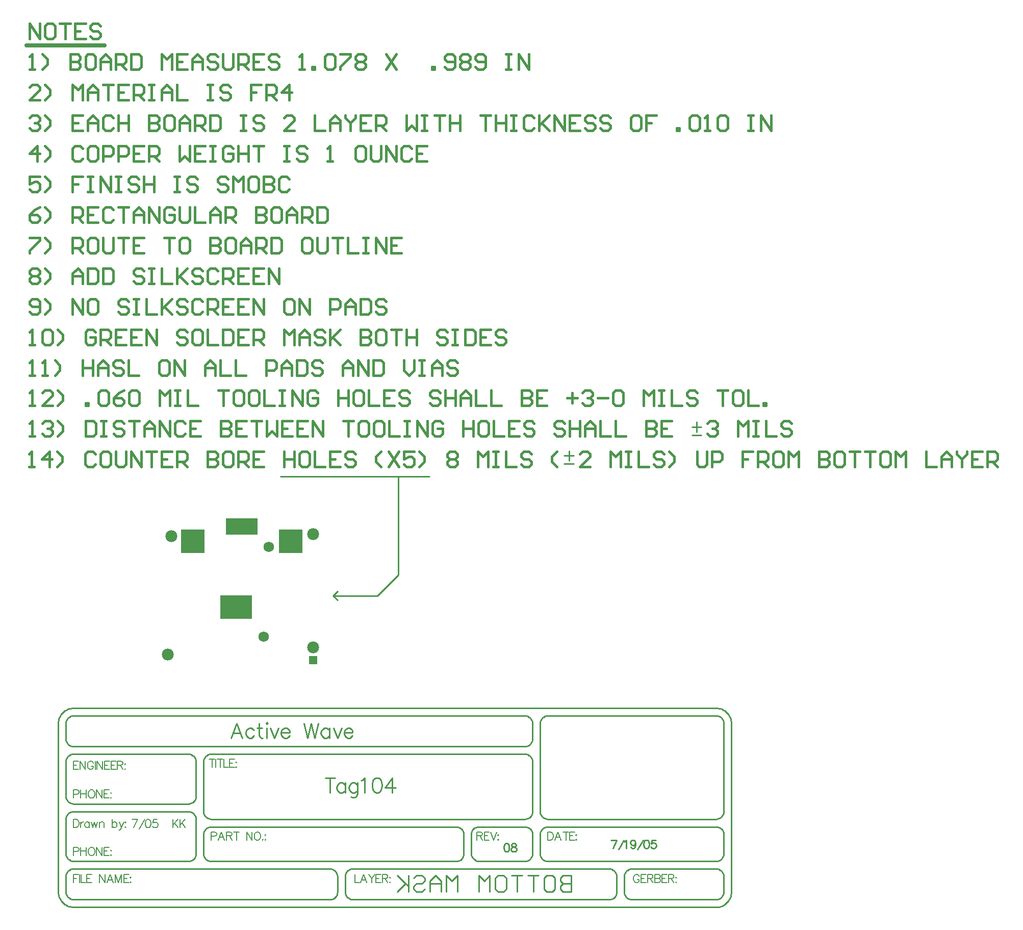
<source format=gbs>
%FSLAX24Y24*%
%MOIN*%
G70*
G01*
G75*
%ADD10R,0.0300X0.0300*%
%ADD11R,0.0360X0.0500*%
%ADD12R,0.0360X0.0360*%
%ADD13O,0.0160X0.0600*%
%ADD14C,0.0400*%
%ADD15O,0.0400X0.0160*%
%ADD16R,0.0200X0.0500*%
%ADD17R,0.0400X0.0550*%
%ADD18R,0.0236X0.0236*%
%ADD19R,0.0700X0.0236*%
%ADD20R,0.0236X0.1000*%
%ADD21R,0.0900X0.0236*%
%ADD22R,0.0236X0.0900*%
%ADD23O,0.0240X0.0800*%
%ADD24C,0.0080*%
%ADD25C,0.0150*%
%ADD26C,0.0100*%
%ADD27C,0.0120*%
%ADD28C,0.0140*%
%ADD29C,0.0160*%
%ADD30C,0.0060*%
%ADD31C,0.0250*%
%ADD32C,0.0070*%
%ADD33C,0.0090*%
%ADD34C,0.0050*%
%ADD35C,0.0700*%
%ADD36R,0.0500X0.0500*%
%ADD37C,0.0600*%
%ADD38C,0.0280*%
%ADD39C,0.0300*%
%ADD40R,0.2000X0.1500*%
%ADD41R,0.2000X0.1000*%
%ADD42R,0.1500X0.1500*%
%ADD43C,0.0030*%
%ADD44R,0.2730X0.0180*%
%ADD45R,0.0380X0.0380*%
%ADD46R,0.0440X0.0580*%
%ADD47R,0.0440X0.0440*%
%ADD48O,0.0240X0.0680*%
%ADD49C,0.0480*%
%ADD50O,0.0440X0.0200*%
%ADD51R,0.0280X0.0580*%
%ADD52R,0.0480X0.0630*%
%ADD53R,0.0316X0.0316*%
%ADD54R,0.0780X0.0316*%
%ADD55R,0.0316X0.1080*%
%ADD56R,0.0980X0.0316*%
%ADD57R,0.0316X0.0980*%
%ADD58O,0.0320X0.0880*%
%ADD59C,0.0780*%
%ADD60R,0.0580X0.0580*%
%ADD61C,0.0680*%
%ADD62R,0.2080X0.1580*%
%ADD63R,0.2080X0.1080*%
%ADD64R,0.1580X0.1580*%
D24*
X79310Y51968D02*
X79056Y51434D01*
X78955Y51968D02*
X79310D01*
X79430Y51358D02*
X79785Y51968D01*
X79973D02*
X79897Y51942D01*
X79846Y51866D01*
X79821Y51739D01*
Y51663D01*
X79846Y51536D01*
X79897Y51460D01*
X79973Y51434D01*
X80024D01*
X80100Y51460D01*
X80151Y51536D01*
X80176Y51663D01*
Y51739D01*
X80151Y51866D01*
X80100Y51942D01*
X80024Y51968D01*
X79973D01*
X80600D02*
X80346D01*
X80321Y51739D01*
X80346Y51765D01*
X80423Y51790D01*
X80499D01*
X80575Y51765D01*
X80626Y51714D01*
X80651Y51638D01*
Y51587D01*
X80626Y51511D01*
X80575Y51460D01*
X80499Y51434D01*
X80423D01*
X80346Y51460D01*
X80321Y51485D01*
X80296Y51536D01*
X81608Y51968D02*
Y51434D01*
X81964Y51968D02*
X81608Y51612D01*
X81735Y51739D02*
X81964Y51434D01*
X82083Y51968D02*
Y51434D01*
X82439Y51968D02*
X82083Y51612D01*
X82210Y51739D02*
X82439Y51434D01*
D25*
X72242Y82992D02*
X72575D01*
X72409D01*
Y83991D01*
X72242Y83825D01*
X73075D02*
X73242Y83991D01*
X73575D01*
X73742Y83825D01*
Y83158D01*
X73575Y82992D01*
X73242D01*
X73075Y83158D01*
Y83825D01*
X74075Y82992D02*
X74408Y83325D01*
Y83658D01*
X74075Y83991D01*
X76574Y83825D02*
X76407Y83991D01*
X76074D01*
X75908Y83825D01*
Y83158D01*
X76074Y82992D01*
X76407D01*
X76574Y83158D01*
Y83492D01*
X76241D01*
X76907Y82992D02*
Y83991D01*
X77407D01*
X77574Y83825D01*
Y83492D01*
X77407Y83325D01*
X76907D01*
X77240D02*
X77574Y82992D01*
X78573Y83991D02*
X77907D01*
Y82992D01*
X78573D01*
X77907Y83492D02*
X78240D01*
X79573Y83991D02*
X78907D01*
Y82992D01*
X79573D01*
X78907Y83492D02*
X79240D01*
X79906Y82992D02*
Y83991D01*
X80573Y82992D01*
Y83991D01*
X82572Y83825D02*
X82405Y83991D01*
X82072D01*
X81906Y83825D01*
Y83658D01*
X82072Y83492D01*
X82405D01*
X82572Y83325D01*
Y83158D01*
X82405Y82992D01*
X82072D01*
X81906Y83158D01*
X83405Y83991D02*
X83072D01*
X82905Y83825D01*
Y83158D01*
X83072Y82992D01*
X83405D01*
X83572Y83158D01*
Y83825D01*
X83405Y83991D01*
X83905D02*
Y82992D01*
X84571D01*
X84905Y83991D02*
Y82992D01*
X85404D01*
X85571Y83158D01*
Y83825D01*
X85404Y83991D01*
X84905D01*
X86571D02*
X85904D01*
Y82992D01*
X86571D01*
X85904Y83492D02*
X86237D01*
X86904Y82992D02*
Y83991D01*
X87404D01*
X87570Y83825D01*
Y83492D01*
X87404Y83325D01*
X86904D01*
X87237D02*
X87570Y82992D01*
X88903D02*
Y83991D01*
X89237Y83658D01*
X89570Y83991D01*
Y82992D01*
X89903D02*
Y83658D01*
X90236Y83991D01*
X90569Y83658D01*
Y82992D01*
Y83492D01*
X89903D01*
X91569Y83825D02*
X91403Y83991D01*
X91069D01*
X90903Y83825D01*
Y83658D01*
X91069Y83492D01*
X91403D01*
X91569Y83325D01*
Y83158D01*
X91403Y82992D01*
X91069D01*
X90903Y83158D01*
X91902Y83991D02*
Y82992D01*
Y83325D01*
X92569Y83991D01*
X92069Y83492D01*
X92569Y82992D01*
X93902Y83991D02*
Y82992D01*
X94402D01*
X94568Y83158D01*
Y83325D01*
X94402Y83492D01*
X93902D01*
X94402D01*
X94568Y83658D01*
Y83825D01*
X94402Y83991D01*
X93902D01*
X95401D02*
X95068D01*
X94901Y83825D01*
Y83158D01*
X95068Y82992D01*
X95401D01*
X95568Y83158D01*
Y83825D01*
X95401Y83991D01*
X95901D02*
X96567D01*
X96234D01*
Y82992D01*
X96901Y83991D02*
Y82992D01*
Y83492D01*
X97567D01*
Y83991D01*
Y82992D01*
X99567Y83825D02*
X99400Y83991D01*
X99067D01*
X98900Y83825D01*
Y83658D01*
X99067Y83492D01*
X99400D01*
X99567Y83325D01*
Y83158D01*
X99400Y82992D01*
X99067D01*
X98900Y83158D01*
X99900Y83991D02*
X100233D01*
X100066D01*
Y82992D01*
X99900D01*
X100233D01*
X100733Y83991D02*
Y82992D01*
X101233D01*
X101399Y83158D01*
Y83825D01*
X101233Y83991D01*
X100733D01*
X102399D02*
X101732D01*
Y82992D01*
X102399D01*
X101732Y83492D02*
X102066D01*
X103399Y83825D02*
X103232Y83991D01*
X102899D01*
X102732Y83825D01*
Y83658D01*
X102899Y83492D01*
X103232D01*
X103399Y83325D01*
Y83158D01*
X103232Y82992D01*
X102899D01*
X102732Y83158D01*
X72242Y102992D02*
Y103991D01*
X72908Y102992D01*
Y103991D01*
X73742D02*
X73408D01*
X73242Y103825D01*
Y103158D01*
X73408Y102992D01*
X73742D01*
X73908Y103158D01*
Y103825D01*
X73742Y103991D01*
X74241D02*
X74908D01*
X74575D01*
Y102992D01*
X75908Y103991D02*
X75241D01*
Y102992D01*
X75908D01*
X75241Y103492D02*
X75574D01*
X76907Y103825D02*
X76741Y103991D01*
X76407D01*
X76241Y103825D01*
Y103658D01*
X76407Y103492D01*
X76741D01*
X76907Y103325D01*
Y103158D01*
X76741Y102992D01*
X76407D01*
X76241Y103158D01*
X72242Y97825D02*
X72409Y97991D01*
X72742D01*
X72908Y97825D01*
Y97658D01*
X72742Y97492D01*
X72575D01*
X72742D01*
X72908Y97325D01*
Y97158D01*
X72742Y96992D01*
X72409D01*
X72242Y97158D01*
X73242Y96992D02*
X73575Y97325D01*
Y97658D01*
X73242Y97991D01*
X75741D02*
X75074D01*
Y96992D01*
X75741D01*
X75074Y97492D02*
X75408D01*
X76074Y96992D02*
Y97658D01*
X76407Y97991D01*
X76741Y97658D01*
Y96992D01*
Y97492D01*
X76074D01*
X77740Y97825D02*
X77574Y97991D01*
X77240D01*
X77074Y97825D01*
Y97158D01*
X77240Y96992D01*
X77574D01*
X77740Y97158D01*
X78073Y97991D02*
Y96992D01*
Y97492D01*
X78740D01*
Y97991D01*
Y96992D01*
X80073Y97991D02*
Y96992D01*
X80573D01*
X80739Y97158D01*
Y97325D01*
X80573Y97492D01*
X80073D01*
X80573D01*
X80739Y97658D01*
Y97825D01*
X80573Y97991D01*
X80073D01*
X81572D02*
X81239D01*
X81073Y97825D01*
Y97158D01*
X81239Y96992D01*
X81572D01*
X81739Y97158D01*
Y97825D01*
X81572Y97991D01*
X82072Y96992D02*
Y97658D01*
X82405Y97991D01*
X82739Y97658D01*
Y96992D01*
Y97492D01*
X82072D01*
X83072Y96992D02*
Y97991D01*
X83572D01*
X83738Y97825D01*
Y97492D01*
X83572Y97325D01*
X83072D01*
X83405D02*
X83738Y96992D01*
X84072Y97991D02*
Y96992D01*
X84571D01*
X84738Y97158D01*
Y97825D01*
X84571Y97991D01*
X84072D01*
X86071D02*
X86404D01*
X86237D01*
Y96992D01*
X86071D01*
X86404D01*
X87570Y97825D02*
X87404Y97991D01*
X87071D01*
X86904Y97825D01*
Y97658D01*
X87071Y97492D01*
X87404D01*
X87570Y97325D01*
Y97158D01*
X87404Y96992D01*
X87071D01*
X86904Y97158D01*
X89570Y96992D02*
X88903D01*
X89570Y97658D01*
Y97825D01*
X89403Y97991D01*
X89070D01*
X88903Y97825D01*
X90903Y97991D02*
Y96992D01*
X91569D01*
X91902D02*
Y97658D01*
X92236Y97991D01*
X92569Y97658D01*
Y96992D01*
Y97492D01*
X91902D01*
X92902Y97991D02*
Y97825D01*
X93235Y97492D01*
X93568Y97825D01*
Y97991D01*
X93235Y97492D02*
Y96992D01*
X94568Y97991D02*
X93902D01*
Y96992D01*
X94568D01*
X93902Y97492D02*
X94235D01*
X94901Y96992D02*
Y97991D01*
X95401D01*
X95568Y97825D01*
Y97492D01*
X95401Y97325D01*
X94901D01*
X95235D02*
X95568Y96992D01*
X96901Y97991D02*
Y96992D01*
X97234Y97325D01*
X97567Y96992D01*
Y97991D01*
X97900D02*
X98234D01*
X98067D01*
Y96992D01*
X97900D01*
X98234D01*
X98733Y97991D02*
X99400D01*
X99067D01*
Y96992D01*
X99733Y97991D02*
Y96992D01*
Y97492D01*
X100400D01*
Y97991D01*
Y96992D01*
X101732Y97991D02*
X102399D01*
X102066D01*
Y96992D01*
X102732Y97991D02*
Y96992D01*
Y97492D01*
X103399D01*
Y97991D01*
Y96992D01*
X103732Y97991D02*
X104065D01*
X103898D01*
Y96992D01*
X103732D01*
X104065D01*
X105231Y97825D02*
X105065Y97991D01*
X104732D01*
X104565Y97825D01*
Y97158D01*
X104732Y96992D01*
X105065D01*
X105231Y97158D01*
X105565Y97991D02*
Y96992D01*
Y97325D01*
X106231Y97991D01*
X105731Y97492D01*
X106231Y96992D01*
X106564D02*
Y97991D01*
X107231Y96992D01*
Y97991D01*
X108230D02*
X107564D01*
Y96992D01*
X108230D01*
X107564Y97492D02*
X107897D01*
X109230Y97825D02*
X109063Y97991D01*
X108730D01*
X108564Y97825D01*
Y97658D01*
X108730Y97492D01*
X109063D01*
X109230Y97325D01*
Y97158D01*
X109063Y96992D01*
X108730D01*
X108564Y97158D01*
X110230Y97825D02*
X110063Y97991D01*
X109730D01*
X109563Y97825D01*
Y97658D01*
X109730Y97492D01*
X110063D01*
X110230Y97325D01*
Y97158D01*
X110063Y96992D01*
X109730D01*
X109563Y97158D01*
X112062Y97991D02*
X111729D01*
X111563Y97825D01*
Y97158D01*
X111729Y96992D01*
X112062D01*
X112229Y97158D01*
Y97825D01*
X112062Y97991D01*
X113229D02*
X112562D01*
Y97492D01*
X112896D01*
X112562D01*
Y96992D01*
X114562D02*
Y97158D01*
X114728D01*
Y96992D01*
X114562D01*
X115395Y97825D02*
X115561Y97991D01*
X115895D01*
X116061Y97825D01*
Y97158D01*
X115895Y96992D01*
X115561D01*
X115395Y97158D01*
Y97825D01*
X116394Y96992D02*
X116728D01*
X116561D01*
Y97991D01*
X116394Y97825D01*
X117227D02*
X117394Y97991D01*
X117727D01*
X117894Y97825D01*
Y97158D01*
X117727Y96992D01*
X117394D01*
X117227Y97158D01*
Y97825D01*
X119227Y97991D02*
X119560D01*
X119393D01*
Y96992D01*
X119227D01*
X119560D01*
X120060D02*
Y97991D01*
X120726Y96992D01*
Y97991D01*
X72742Y94992D02*
Y95991D01*
X72242Y95492D01*
X72908D01*
X73242Y94992D02*
X73575Y95325D01*
Y95658D01*
X73242Y95991D01*
X75741Y95825D02*
X75574Y95991D01*
X75241D01*
X75074Y95825D01*
Y95158D01*
X75241Y94992D01*
X75574D01*
X75741Y95158D01*
X76574Y95991D02*
X76241D01*
X76074Y95825D01*
Y95158D01*
X76241Y94992D01*
X76574D01*
X76741Y95158D01*
Y95825D01*
X76574Y95991D01*
X77074Y94992D02*
Y95991D01*
X77574D01*
X77740Y95825D01*
Y95492D01*
X77574Y95325D01*
X77074D01*
X78073Y94992D02*
Y95991D01*
X78573D01*
X78740Y95825D01*
Y95492D01*
X78573Y95325D01*
X78073D01*
X79740Y95991D02*
X79073D01*
Y94992D01*
X79740D01*
X79073Y95492D02*
X79406D01*
X80073Y94992D02*
Y95991D01*
X80573D01*
X80739Y95825D01*
Y95492D01*
X80573Y95325D01*
X80073D01*
X80406D02*
X80739Y94992D01*
X82072Y95991D02*
Y94992D01*
X82405Y95325D01*
X82739Y94992D01*
Y95991D01*
X83738D02*
X83072D01*
Y94992D01*
X83738D01*
X83072Y95492D02*
X83405D01*
X84072Y95991D02*
X84405D01*
X84238D01*
Y94992D01*
X84072D01*
X84405D01*
X85571Y95825D02*
X85404Y95991D01*
X85071D01*
X84905Y95825D01*
Y95158D01*
X85071Y94992D01*
X85404D01*
X85571Y95158D01*
Y95492D01*
X85238D01*
X85904Y95991D02*
Y94992D01*
Y95492D01*
X86571D01*
Y95991D01*
Y94992D01*
X86904Y95991D02*
X87570D01*
X87237D01*
Y94992D01*
X88903Y95991D02*
X89237D01*
X89070D01*
Y94992D01*
X88903D01*
X89237D01*
X90403Y95825D02*
X90236Y95991D01*
X89903D01*
X89736Y95825D01*
Y95658D01*
X89903Y95492D01*
X90236D01*
X90403Y95325D01*
Y95158D01*
X90236Y94992D01*
X89903D01*
X89736Y95158D01*
X91736Y94992D02*
X92069D01*
X91902D01*
Y95991D01*
X91736Y95825D01*
X94068Y95991D02*
X93735D01*
X93568Y95825D01*
Y95158D01*
X93735Y94992D01*
X94068D01*
X94235Y95158D01*
Y95825D01*
X94068Y95991D01*
X94568D02*
Y95158D01*
X94735Y94992D01*
X95068D01*
X95235Y95158D01*
Y95991D01*
X95568Y94992D02*
Y95991D01*
X96234Y94992D01*
Y95991D01*
X97234Y95825D02*
X97067Y95991D01*
X96734D01*
X96567Y95825D01*
Y95158D01*
X96734Y94992D01*
X97067D01*
X97234Y95158D01*
X98234Y95991D02*
X97567D01*
Y94992D01*
X98234D01*
X97567Y95492D02*
X97900D01*
X72908Y93991D02*
X72242D01*
Y93492D01*
X72575Y93658D01*
X72742D01*
X72908Y93492D01*
Y93158D01*
X72742Y92992D01*
X72409D01*
X72242Y93158D01*
X73242Y92992D02*
X73575Y93325D01*
Y93658D01*
X73242Y93991D01*
X75741D02*
X75074D01*
Y93492D01*
X75408D01*
X75074D01*
Y92992D01*
X76074Y93991D02*
X76407D01*
X76241D01*
Y92992D01*
X76074D01*
X76407D01*
X76907D02*
Y93991D01*
X77574Y92992D01*
Y93991D01*
X77907D02*
X78240D01*
X78073D01*
Y92992D01*
X77907D01*
X78240D01*
X79406Y93825D02*
X79240Y93991D01*
X78907D01*
X78740Y93825D01*
Y93658D01*
X78907Y93492D01*
X79240D01*
X79406Y93325D01*
Y93158D01*
X79240Y92992D01*
X78907D01*
X78740Y93158D01*
X79740Y93991D02*
Y92992D01*
Y93492D01*
X80406D01*
Y93991D01*
Y92992D01*
X81739Y93991D02*
X82072D01*
X81906D01*
Y92992D01*
X81739D01*
X82072D01*
X83238Y93825D02*
X83072Y93991D01*
X82739D01*
X82572Y93825D01*
Y93658D01*
X82739Y93492D01*
X83072D01*
X83238Y93325D01*
Y93158D01*
X83072Y92992D01*
X82739D01*
X82572Y93158D01*
X85238Y93825D02*
X85071Y93991D01*
X84738D01*
X84571Y93825D01*
Y93658D01*
X84738Y93492D01*
X85071D01*
X85238Y93325D01*
Y93158D01*
X85071Y92992D01*
X84738D01*
X84571Y93158D01*
X85571Y92992D02*
Y93991D01*
X85904Y93658D01*
X86237Y93991D01*
Y92992D01*
X87071Y93991D02*
X86737D01*
X86571Y93825D01*
Y93158D01*
X86737Y92992D01*
X87071D01*
X87237Y93158D01*
Y93825D01*
X87071Y93991D01*
X87570D02*
Y92992D01*
X88070D01*
X88237Y93158D01*
Y93325D01*
X88070Y93492D01*
X87570D01*
X88070D01*
X88237Y93658D01*
Y93825D01*
X88070Y93991D01*
X87570D01*
X89237Y93825D02*
X89070Y93991D01*
X88737D01*
X88570Y93825D01*
Y93158D01*
X88737Y92992D01*
X89070D01*
X89237Y93158D01*
X72908Y91991D02*
X72575Y91825D01*
X72242Y91492D01*
Y91158D01*
X72409Y90992D01*
X72742D01*
X72908Y91158D01*
Y91325D01*
X72742Y91492D01*
X72242D01*
X73242Y90992D02*
X73575Y91325D01*
Y91658D01*
X73242Y91991D01*
X75074Y90992D02*
Y91991D01*
X75574D01*
X75741Y91825D01*
Y91492D01*
X75574Y91325D01*
X75074D01*
X75408D02*
X75741Y90992D01*
X76741Y91991D02*
X76074D01*
Y90992D01*
X76741D01*
X76074Y91492D02*
X76407D01*
X77740Y91825D02*
X77574Y91991D01*
X77240D01*
X77074Y91825D01*
Y91158D01*
X77240Y90992D01*
X77574D01*
X77740Y91158D01*
X78073Y91991D02*
X78740D01*
X78407D01*
Y90992D01*
X79073D02*
Y91658D01*
X79406Y91991D01*
X79740Y91658D01*
Y90992D01*
Y91492D01*
X79073D01*
X80073Y90992D02*
Y91991D01*
X80739Y90992D01*
Y91991D01*
X81739Y91825D02*
X81572Y91991D01*
X81239D01*
X81073Y91825D01*
Y91158D01*
X81239Y90992D01*
X81572D01*
X81739Y91158D01*
Y91492D01*
X81406D01*
X82072Y91991D02*
Y91158D01*
X82239Y90992D01*
X82572D01*
X82739Y91158D01*
Y91991D01*
X83072D02*
Y90992D01*
X83738D01*
X84072D02*
Y91658D01*
X84405Y91991D01*
X84738Y91658D01*
Y90992D01*
Y91492D01*
X84072D01*
X85071Y90992D02*
Y91991D01*
X85571D01*
X85738Y91825D01*
Y91492D01*
X85571Y91325D01*
X85071D01*
X85404D02*
X85738Y90992D01*
X87071Y91991D02*
Y90992D01*
X87570D01*
X87737Y91158D01*
Y91325D01*
X87570Y91492D01*
X87071D01*
X87570D01*
X87737Y91658D01*
Y91825D01*
X87570Y91991D01*
X87071D01*
X88570D02*
X88237D01*
X88070Y91825D01*
Y91158D01*
X88237Y90992D01*
X88570D01*
X88737Y91158D01*
Y91825D01*
X88570Y91991D01*
X89070Y90992D02*
Y91658D01*
X89403Y91991D01*
X89736Y91658D01*
Y90992D01*
Y91492D01*
X89070D01*
X90070Y90992D02*
Y91991D01*
X90569D01*
X90736Y91825D01*
Y91492D01*
X90569Y91325D01*
X90070D01*
X90403D02*
X90736Y90992D01*
X91069Y91991D02*
Y90992D01*
X91569D01*
X91736Y91158D01*
Y91825D01*
X91569Y91991D01*
X91069D01*
X72242Y89991D02*
X72908D01*
Y89825D01*
X72242Y89158D01*
Y88992D01*
X73242D02*
X73575Y89325D01*
Y89658D01*
X73242Y89991D01*
X75074Y88992D02*
Y89991D01*
X75574D01*
X75741Y89825D01*
Y89492D01*
X75574Y89325D01*
X75074D01*
X75408D02*
X75741Y88992D01*
X76574Y89991D02*
X76241D01*
X76074Y89825D01*
Y89158D01*
X76241Y88992D01*
X76574D01*
X76741Y89158D01*
Y89825D01*
X76574Y89991D01*
X77074D02*
Y89158D01*
X77240Y88992D01*
X77574D01*
X77740Y89158D01*
Y89991D01*
X78073D02*
X78740D01*
X78407D01*
Y88992D01*
X79740Y89991D02*
X79073D01*
Y88992D01*
X79740D01*
X79073Y89492D02*
X79406D01*
X81073Y89991D02*
X81739D01*
X81406D01*
Y88992D01*
X82572Y89991D02*
X82239D01*
X82072Y89825D01*
Y89158D01*
X82239Y88992D01*
X82572D01*
X82739Y89158D01*
Y89825D01*
X82572Y89991D01*
X84072D02*
Y88992D01*
X84571D01*
X84738Y89158D01*
Y89325D01*
X84571Y89492D01*
X84072D01*
X84571D01*
X84738Y89658D01*
Y89825D01*
X84571Y89991D01*
X84072D01*
X85571D02*
X85238D01*
X85071Y89825D01*
Y89158D01*
X85238Y88992D01*
X85571D01*
X85738Y89158D01*
Y89825D01*
X85571Y89991D01*
X86071Y88992D02*
Y89658D01*
X86404Y89991D01*
X86737Y89658D01*
Y88992D01*
Y89492D01*
X86071D01*
X87071Y88992D02*
Y89991D01*
X87570D01*
X87737Y89825D01*
Y89492D01*
X87570Y89325D01*
X87071D01*
X87404D02*
X87737Y88992D01*
X88070Y89991D02*
Y88992D01*
X88570D01*
X88737Y89158D01*
Y89825D01*
X88570Y89991D01*
X88070D01*
X90569D02*
X90236D01*
X90070Y89825D01*
Y89158D01*
X90236Y88992D01*
X90569D01*
X90736Y89158D01*
Y89825D01*
X90569Y89991D01*
X91069D02*
Y89158D01*
X91236Y88992D01*
X91569D01*
X91736Y89158D01*
Y89991D01*
X92069D02*
X92735D01*
X92402D01*
Y88992D01*
X93069Y89991D02*
Y88992D01*
X93735D01*
X94068Y89991D02*
X94402D01*
X94235D01*
Y88992D01*
X94068D01*
X94402D01*
X94901D02*
Y89991D01*
X95568Y88992D01*
Y89991D01*
X96567D02*
X95901D01*
Y88992D01*
X96567D01*
X95901Y89492D02*
X96234D01*
X72242Y87825D02*
X72409Y87991D01*
X72742D01*
X72908Y87825D01*
Y87658D01*
X72742Y87492D01*
X72908Y87325D01*
Y87158D01*
X72742Y86992D01*
X72409D01*
X72242Y87158D01*
Y87325D01*
X72409Y87492D01*
X72242Y87658D01*
Y87825D01*
X72409Y87492D02*
X72742D01*
X73242Y86992D02*
X73575Y87325D01*
Y87658D01*
X73242Y87991D01*
X75074Y86992D02*
Y87658D01*
X75408Y87991D01*
X75741Y87658D01*
Y86992D01*
Y87492D01*
X75074D01*
X76074Y87991D02*
Y86992D01*
X76574D01*
X76741Y87158D01*
Y87825D01*
X76574Y87991D01*
X76074D01*
X77074D02*
Y86992D01*
X77574D01*
X77740Y87158D01*
Y87825D01*
X77574Y87991D01*
X77074D01*
X79740Y87825D02*
X79573Y87991D01*
X79240D01*
X79073Y87825D01*
Y87658D01*
X79240Y87492D01*
X79573D01*
X79740Y87325D01*
Y87158D01*
X79573Y86992D01*
X79240D01*
X79073Y87158D01*
X80073Y87991D02*
X80406D01*
X80239D01*
Y86992D01*
X80073D01*
X80406D01*
X80906Y87991D02*
Y86992D01*
X81572D01*
X81906Y87991D02*
Y86992D01*
Y87325D01*
X82572Y87991D01*
X82072Y87492D01*
X82572Y86992D01*
X83572Y87825D02*
X83405Y87991D01*
X83072D01*
X82905Y87825D01*
Y87658D01*
X83072Y87492D01*
X83405D01*
X83572Y87325D01*
Y87158D01*
X83405Y86992D01*
X83072D01*
X82905Y87158D01*
X84571Y87825D02*
X84405Y87991D01*
X84072D01*
X83905Y87825D01*
Y87158D01*
X84072Y86992D01*
X84405D01*
X84571Y87158D01*
X84905Y86992D02*
Y87991D01*
X85404D01*
X85571Y87825D01*
Y87492D01*
X85404Y87325D01*
X84905D01*
X85238D02*
X85571Y86992D01*
X86571Y87991D02*
X85904D01*
Y86992D01*
X86571D01*
X85904Y87492D02*
X86237D01*
X87570Y87991D02*
X86904D01*
Y86992D01*
X87570D01*
X86904Y87492D02*
X87237D01*
X87904Y86992D02*
Y87991D01*
X88570Y86992D01*
Y87991D01*
X72242Y85158D02*
X72409Y84992D01*
X72742D01*
X72908Y85158D01*
Y85825D01*
X72742Y85991D01*
X72409D01*
X72242Y85825D01*
Y85658D01*
X72409Y85492D01*
X72908D01*
X73242Y84992D02*
X73575Y85325D01*
Y85658D01*
X73242Y85991D01*
X75074Y84992D02*
Y85991D01*
X75741Y84992D01*
Y85991D01*
X76574D02*
X76241D01*
X76074Y85825D01*
Y85158D01*
X76241Y84992D01*
X76574D01*
X76741Y85158D01*
Y85825D01*
X76574Y85991D01*
X78740Y85825D02*
X78573Y85991D01*
X78240D01*
X78073Y85825D01*
Y85658D01*
X78240Y85492D01*
X78573D01*
X78740Y85325D01*
Y85158D01*
X78573Y84992D01*
X78240D01*
X78073Y85158D01*
X79073Y85991D02*
X79406D01*
X79240D01*
Y84992D01*
X79073D01*
X79406D01*
X79906Y85991D02*
Y84992D01*
X80573D01*
X80906Y85991D02*
Y84992D01*
Y85325D01*
X81572Y85991D01*
X81073Y85492D01*
X81572Y84992D01*
X82572Y85825D02*
X82405Y85991D01*
X82072D01*
X81906Y85825D01*
Y85658D01*
X82072Y85492D01*
X82405D01*
X82572Y85325D01*
Y85158D01*
X82405Y84992D01*
X82072D01*
X81906Y85158D01*
X83572Y85825D02*
X83405Y85991D01*
X83072D01*
X82905Y85825D01*
Y85158D01*
X83072Y84992D01*
X83405D01*
X83572Y85158D01*
X83905Y84992D02*
Y85991D01*
X84405D01*
X84571Y85825D01*
Y85492D01*
X84405Y85325D01*
X83905D01*
X84238D02*
X84571Y84992D01*
X85571Y85991D02*
X84905D01*
Y84992D01*
X85571D01*
X84905Y85492D02*
X85238D01*
X86571Y85991D02*
X85904D01*
Y84992D01*
X86571D01*
X85904Y85492D02*
X86237D01*
X86904Y84992D02*
Y85991D01*
X87570Y84992D01*
Y85991D01*
X89403D02*
X89070D01*
X88903Y85825D01*
Y85158D01*
X89070Y84992D01*
X89403D01*
X89570Y85158D01*
Y85825D01*
X89403Y85991D01*
X89903Y84992D02*
Y85991D01*
X90569Y84992D01*
Y85991D01*
X91902Y84992D02*
Y85991D01*
X92402D01*
X92569Y85825D01*
Y85492D01*
X92402Y85325D01*
X91902D01*
X92902Y84992D02*
Y85658D01*
X93235Y85991D01*
X93568Y85658D01*
Y84992D01*
Y85492D01*
X92902D01*
X93902Y85991D02*
Y84992D01*
X94402D01*
X94568Y85158D01*
Y85825D01*
X94402Y85991D01*
X93902D01*
X95568Y85825D02*
X95401Y85991D01*
X95068D01*
X94901Y85825D01*
Y85658D01*
X95068Y85492D01*
X95401D01*
X95568Y85325D01*
Y85158D01*
X95401Y84992D01*
X95068D01*
X94901Y85158D01*
X72242Y100992D02*
X72575D01*
X72409D01*
Y101991D01*
X72242Y101825D01*
X73075Y100992D02*
X73408Y101325D01*
Y101658D01*
X73075Y101991D01*
X74908D02*
Y100992D01*
X75408D01*
X75574Y101158D01*
Y101325D01*
X75408Y101492D01*
X74908D01*
X75408D01*
X75574Y101658D01*
Y101825D01*
X75408Y101991D01*
X74908D01*
X76407D02*
X76074D01*
X75908Y101825D01*
Y101158D01*
X76074Y100992D01*
X76407D01*
X76574Y101158D01*
Y101825D01*
X76407Y101991D01*
X76907Y100992D02*
Y101658D01*
X77240Y101991D01*
X77574Y101658D01*
Y100992D01*
Y101492D01*
X76907D01*
X77907Y100992D02*
Y101991D01*
X78407D01*
X78573Y101825D01*
Y101492D01*
X78407Y101325D01*
X77907D01*
X78240D02*
X78573Y100992D01*
X78907Y101991D02*
Y100992D01*
X79406D01*
X79573Y101158D01*
Y101825D01*
X79406Y101991D01*
X78907D01*
X80906Y100992D02*
Y101991D01*
X81239Y101658D01*
X81572Y101991D01*
Y100992D01*
X82572Y101991D02*
X81906D01*
Y100992D01*
X82572D01*
X81906Y101492D02*
X82239D01*
X82905Y100992D02*
Y101658D01*
X83238Y101991D01*
X83572Y101658D01*
Y100992D01*
Y101492D01*
X82905D01*
X84571Y101825D02*
X84405Y101991D01*
X84072D01*
X83905Y101825D01*
Y101658D01*
X84072Y101492D01*
X84405D01*
X84571Y101325D01*
Y101158D01*
X84405Y100992D01*
X84072D01*
X83905Y101158D01*
X84905Y101991D02*
Y101158D01*
X85071Y100992D01*
X85404D01*
X85571Y101158D01*
Y101991D01*
X85904Y100992D02*
Y101991D01*
X86404D01*
X86571Y101825D01*
Y101492D01*
X86404Y101325D01*
X85904D01*
X86237D02*
X86571Y100992D01*
X87570Y101991D02*
X86904D01*
Y100992D01*
X87570D01*
X86904Y101492D02*
X87237D01*
X88570Y101825D02*
X88403Y101991D01*
X88070D01*
X87904Y101825D01*
Y101658D01*
X88070Y101492D01*
X88403D01*
X88570Y101325D01*
Y101158D01*
X88403Y100992D01*
X88070D01*
X87904Y101158D01*
X89903Y100992D02*
X90236D01*
X90070D01*
Y101991D01*
X89903Y101825D01*
X90736Y100992D02*
Y101158D01*
X90903D01*
Y100992D01*
X90736D01*
X91569Y101825D02*
X91736Y101991D01*
X92069D01*
X92236Y101825D01*
Y101158D01*
X92069Y100992D01*
X91736D01*
X91569Y101158D01*
Y101825D01*
X92569Y101991D02*
X93235D01*
Y101825D01*
X92569Y101158D01*
Y100992D01*
X93568Y101825D02*
X93735Y101991D01*
X94068D01*
X94235Y101825D01*
Y101658D01*
X94068Y101492D01*
X94235Y101325D01*
Y101158D01*
X94068Y100992D01*
X93735D01*
X93568Y101158D01*
Y101325D01*
X93735Y101492D01*
X93568Y101658D01*
Y101825D01*
X93735Y101492D02*
X94068D01*
X95568Y101991D02*
X96234Y100992D01*
Y101991D02*
X95568Y100992D01*
X98567D02*
Y101158D01*
X98733D01*
Y100992D01*
X98567D01*
X99400Y101158D02*
X99567Y100992D01*
X99900D01*
X100066Y101158D01*
Y101825D01*
X99900Y101991D01*
X99567D01*
X99400Y101825D01*
Y101658D01*
X99567Y101492D01*
X100066D01*
X100400Y101825D02*
X100566Y101991D01*
X100899D01*
X101066Y101825D01*
Y101658D01*
X100899Y101492D01*
X101066Y101325D01*
Y101158D01*
X100899Y100992D01*
X100566D01*
X100400Y101158D01*
Y101325D01*
X100566Y101492D01*
X100400Y101658D01*
Y101825D01*
X100566Y101492D02*
X100899D01*
X101399Y101158D02*
X101566Y100992D01*
X101899D01*
X102066Y101158D01*
Y101825D01*
X101899Y101991D01*
X101566D01*
X101399Y101825D01*
Y101658D01*
X101566Y101492D01*
X102066D01*
X103399Y101991D02*
X103732D01*
X103565D01*
Y100992D01*
X103399D01*
X103732D01*
X104232D02*
Y101991D01*
X104898Y100992D01*
Y101991D01*
X72908Y98992D02*
X72242D01*
X72908Y99658D01*
Y99825D01*
X72742Y99991D01*
X72409D01*
X72242Y99825D01*
X73242Y98992D02*
X73575Y99325D01*
Y99658D01*
X73242Y99991D01*
X75074Y98992D02*
Y99991D01*
X75408Y99658D01*
X75741Y99991D01*
Y98992D01*
X76074D02*
Y99658D01*
X76407Y99991D01*
X76741Y99658D01*
Y98992D01*
Y99492D01*
X76074D01*
X77074Y99991D02*
X77740D01*
X77407D01*
Y98992D01*
X78740Y99991D02*
X78073D01*
Y98992D01*
X78740D01*
X78073Y99492D02*
X78407D01*
X79073Y98992D02*
Y99991D01*
X79573D01*
X79740Y99825D01*
Y99492D01*
X79573Y99325D01*
X79073D01*
X79406D02*
X79740Y98992D01*
X80073Y99991D02*
X80406D01*
X80239D01*
Y98992D01*
X80073D01*
X80406D01*
X80906D02*
Y99658D01*
X81239Y99991D01*
X81572Y99658D01*
Y98992D01*
Y99492D01*
X80906D01*
X81906Y99991D02*
Y98992D01*
X82572D01*
X83905Y99991D02*
X84238D01*
X84072D01*
Y98992D01*
X83905D01*
X84238D01*
X85404Y99825D02*
X85238Y99991D01*
X84905D01*
X84738Y99825D01*
Y99658D01*
X84905Y99492D01*
X85238D01*
X85404Y99325D01*
Y99158D01*
X85238Y98992D01*
X84905D01*
X84738Y99158D01*
X87404Y99991D02*
X86737D01*
Y99492D01*
X87071D01*
X86737D01*
Y98992D01*
X87737D02*
Y99991D01*
X88237D01*
X88403Y99825D01*
Y99492D01*
X88237Y99325D01*
X87737D01*
X88070D02*
X88403Y98992D01*
X89237D02*
Y99991D01*
X88737Y99492D01*
X89403D01*
X72242Y80992D02*
X72575D01*
X72409D01*
Y81991D01*
X72242Y81825D01*
X73075Y80992D02*
X73408D01*
X73242D01*
Y81991D01*
X73075Y81825D01*
X73908Y80992D02*
X74241Y81325D01*
Y81658D01*
X73908Y81991D01*
X75741D02*
Y80992D01*
Y81492D01*
X76407D01*
Y81991D01*
Y80992D01*
X76741D02*
Y81658D01*
X77074Y81991D01*
X77407Y81658D01*
Y80992D01*
Y81492D01*
X76741D01*
X78407Y81825D02*
X78240Y81991D01*
X77907D01*
X77740Y81825D01*
Y81658D01*
X77907Y81492D01*
X78240D01*
X78407Y81325D01*
Y81158D01*
X78240Y80992D01*
X77907D01*
X77740Y81158D01*
X78740Y81991D02*
Y80992D01*
X79406D01*
X81239Y81991D02*
X80906D01*
X80739Y81825D01*
Y81158D01*
X80906Y80992D01*
X81239D01*
X81406Y81158D01*
Y81825D01*
X81239Y81991D01*
X81739Y80992D02*
Y81991D01*
X82405Y80992D01*
Y81991D01*
X83738Y80992D02*
Y81658D01*
X84072Y81991D01*
X84405Y81658D01*
Y80992D01*
Y81492D01*
X83738D01*
X84738Y81991D02*
Y80992D01*
X85404D01*
X85738Y81991D02*
Y80992D01*
X86404D01*
X87737D02*
Y81991D01*
X88237D01*
X88403Y81825D01*
Y81492D01*
X88237Y81325D01*
X87737D01*
X88737Y80992D02*
Y81658D01*
X89070Y81991D01*
X89403Y81658D01*
Y80992D01*
Y81492D01*
X88737D01*
X89736Y81991D02*
Y80992D01*
X90236D01*
X90403Y81158D01*
Y81825D01*
X90236Y81991D01*
X89736D01*
X91403Y81825D02*
X91236Y81991D01*
X90903D01*
X90736Y81825D01*
Y81658D01*
X90903Y81492D01*
X91236D01*
X91403Y81325D01*
Y81158D01*
X91236Y80992D01*
X90903D01*
X90736Y81158D01*
X92735Y80992D02*
Y81658D01*
X93069Y81991D01*
X93402Y81658D01*
Y80992D01*
Y81492D01*
X92735D01*
X93735Y80992D02*
Y81991D01*
X94402Y80992D01*
Y81991D01*
X94735D02*
Y80992D01*
X95235D01*
X95401Y81158D01*
Y81825D01*
X95235Y81991D01*
X94735D01*
X96734D02*
Y81325D01*
X97067Y80992D01*
X97401Y81325D01*
Y81991D01*
X97734D02*
X98067D01*
X97900D01*
Y80992D01*
X97734D01*
X98067D01*
X98567D02*
Y81658D01*
X98900Y81991D01*
X99233Y81658D01*
Y80992D01*
Y81492D01*
X98567D01*
X100233Y81825D02*
X100066Y81991D01*
X99733D01*
X99567Y81825D01*
Y81658D01*
X99733Y81492D01*
X100066D01*
X100233Y81325D01*
Y81158D01*
X100066Y80992D01*
X99733D01*
X99567Y81158D01*
X72252Y79002D02*
X72585D01*
X72419D01*
Y80001D01*
X72252Y79835D01*
X73752Y79002D02*
X73085D01*
X73752Y79668D01*
Y79835D01*
X73585Y80001D01*
X73252D01*
X73085Y79835D01*
X74085Y79002D02*
X74418Y79335D01*
Y79668D01*
X74085Y80001D01*
X75918Y79002D02*
Y79168D01*
X76084D01*
Y79002D01*
X75918D01*
X76751Y79835D02*
X76917Y80001D01*
X77250D01*
X77417Y79835D01*
Y79168D01*
X77250Y79002D01*
X76917D01*
X76751Y79168D01*
Y79835D01*
X78417Y80001D02*
X78083Y79835D01*
X77750Y79502D01*
Y79168D01*
X77917Y79002D01*
X78250D01*
X78417Y79168D01*
Y79335D01*
X78250Y79502D01*
X77750D01*
X78750Y79835D02*
X78917Y80001D01*
X79250D01*
X79416Y79835D01*
Y79168D01*
X79250Y79002D01*
X78917D01*
X78750Y79168D01*
Y79835D01*
X80749Y79002D02*
Y80001D01*
X81082Y79668D01*
X81416Y80001D01*
Y79002D01*
X81749Y80001D02*
X82082D01*
X81916D01*
Y79002D01*
X81749D01*
X82082D01*
X82582Y80001D02*
Y79002D01*
X83248D01*
X84581Y80001D02*
X85248D01*
X84915D01*
Y79002D01*
X86081Y80001D02*
X85748D01*
X85581Y79835D01*
Y79168D01*
X85748Y79002D01*
X86081D01*
X86248Y79168D01*
Y79835D01*
X86081Y80001D01*
X87081D02*
X86747D01*
X86581Y79835D01*
Y79168D01*
X86747Y79002D01*
X87081D01*
X87247Y79168D01*
Y79835D01*
X87081Y80001D01*
X87580D02*
Y79002D01*
X88247D01*
X88580Y80001D02*
X88913D01*
X88747D01*
Y79002D01*
X88580D01*
X88913D01*
X89413D02*
Y80001D01*
X90080Y79002D01*
Y80001D01*
X91079Y79835D02*
X90913Y80001D01*
X90579D01*
X90413Y79835D01*
Y79168D01*
X90579Y79002D01*
X90913D01*
X91079Y79168D01*
Y79502D01*
X90746D01*
X92412Y80001D02*
Y79002D01*
Y79502D01*
X93079D01*
Y80001D01*
Y79002D01*
X93912Y80001D02*
X93578D01*
X93412Y79835D01*
Y79168D01*
X93578Y79002D01*
X93912D01*
X94078Y79168D01*
Y79835D01*
X93912Y80001D01*
X94412D02*
Y79002D01*
X95078D01*
X96078Y80001D02*
X95411D01*
Y79002D01*
X96078D01*
X95411Y79502D02*
X95744D01*
X97077Y79835D02*
X96911Y80001D01*
X96578D01*
X96411Y79835D01*
Y79668D01*
X96578Y79502D01*
X96911D01*
X97077Y79335D01*
Y79168D01*
X96911Y79002D01*
X96578D01*
X96411Y79168D01*
X99077Y79835D02*
X98910Y80001D01*
X98577D01*
X98410Y79835D01*
Y79668D01*
X98577Y79502D01*
X98910D01*
X99077Y79335D01*
Y79168D01*
X98910Y79002D01*
X98577D01*
X98410Y79168D01*
X99410Y80001D02*
Y79002D01*
Y79502D01*
X100076D01*
Y80001D01*
Y79002D01*
X100410D02*
Y79668D01*
X100743Y80001D01*
X101076Y79668D01*
Y79002D01*
Y79502D01*
X100410D01*
X101409Y80001D02*
Y79002D01*
X102076D01*
X102409Y80001D02*
Y79002D01*
X103075D01*
X104408Y80001D02*
Y79002D01*
X104908D01*
X105075Y79168D01*
Y79335D01*
X104908Y79502D01*
X104408D01*
X104908D01*
X105075Y79668D01*
Y79835D01*
X104908Y80001D01*
X104408D01*
X106074D02*
X105408D01*
Y79002D01*
X106074D01*
X105408Y79502D02*
X105741D01*
X107407D02*
X108074D01*
X107741Y79835D02*
Y79168D01*
X108407Y79835D02*
X108574Y80001D01*
X108907D01*
X109073Y79835D01*
Y79668D01*
X108907Y79502D01*
X108740D01*
X108907D01*
X109073Y79335D01*
Y79168D01*
X108907Y79002D01*
X108574D01*
X108407Y79168D01*
X109407Y79502D02*
X110073D01*
X110406Y79835D02*
X110573Y80001D01*
X110906D01*
X111073Y79835D01*
Y79168D01*
X110906Y79002D01*
X110573D01*
X110406Y79168D01*
Y79835D01*
X112406Y79002D02*
Y80001D01*
X112739Y79668D01*
X113072Y80001D01*
Y79002D01*
X113405Y80001D02*
X113739D01*
X113572D01*
Y79002D01*
X113405D01*
X113739D01*
X114238Y80001D02*
Y79002D01*
X114905D01*
X115905Y79835D02*
X115738Y80001D01*
X115405D01*
X115238Y79835D01*
Y79668D01*
X115405Y79502D01*
X115738D01*
X115905Y79335D01*
Y79168D01*
X115738Y79002D01*
X115405D01*
X115238Y79168D01*
X117237Y80001D02*
X117904D01*
X117571D01*
Y79002D01*
X118737Y80001D02*
X118404D01*
X118237Y79835D01*
Y79168D01*
X118404Y79002D01*
X118737D01*
X118904Y79168D01*
Y79835D01*
X118737Y80001D01*
X119237D02*
Y79002D01*
X119903D01*
X120237D02*
Y79168D01*
X120403D01*
Y79002D01*
X120237D01*
X72252Y77012D02*
X72585D01*
X72419D01*
Y78011D01*
X72252Y77845D01*
X73085D02*
X73252Y78011D01*
X73585D01*
X73752Y77845D01*
Y77678D01*
X73585Y77512D01*
X73418D01*
X73585D01*
X73752Y77345D01*
Y77178D01*
X73585Y77012D01*
X73252D01*
X73085Y77178D01*
X74085Y77012D02*
X74418Y77345D01*
Y77678D01*
X74085Y78011D01*
X75918D02*
Y77012D01*
X76417D01*
X76584Y77178D01*
Y77845D01*
X76417Y78011D01*
X75918D01*
X76917D02*
X77250D01*
X77084D01*
Y77012D01*
X76917D01*
X77250D01*
X78417Y77845D02*
X78250Y78011D01*
X77917D01*
X77750Y77845D01*
Y77678D01*
X77917Y77512D01*
X78250D01*
X78417Y77345D01*
Y77178D01*
X78250Y77012D01*
X77917D01*
X77750Y77178D01*
X78750Y78011D02*
X79416D01*
X79083D01*
Y77012D01*
X79750D02*
Y77678D01*
X80083Y78011D01*
X80416Y77678D01*
Y77012D01*
Y77512D01*
X79750D01*
X80749Y77012D02*
Y78011D01*
X81416Y77012D01*
Y78011D01*
X82415Y77845D02*
X82249Y78011D01*
X81916D01*
X81749Y77845D01*
Y77178D01*
X81916Y77012D01*
X82249D01*
X82415Y77178D01*
X83415Y78011D02*
X82749D01*
Y77012D01*
X83415D01*
X82749Y77512D02*
X83082D01*
X84748Y78011D02*
Y77012D01*
X85248D01*
X85414Y77178D01*
Y77345D01*
X85248Y77512D01*
X84748D01*
X85248D01*
X85414Y77678D01*
Y77845D01*
X85248Y78011D01*
X84748D01*
X86414D02*
X85748D01*
Y77012D01*
X86414D01*
X85748Y77512D02*
X86081D01*
X86747Y78011D02*
X87414D01*
X87081D01*
Y77012D01*
X87747Y78011D02*
Y77012D01*
X88080Y77345D01*
X88413Y77012D01*
Y78011D01*
X89413D02*
X88747D01*
Y77012D01*
X89413D01*
X88747Y77512D02*
X89080D01*
X90413Y78011D02*
X89746D01*
Y77012D01*
X90413D01*
X89746Y77512D02*
X90080D01*
X90746Y77012D02*
Y78011D01*
X91412Y77012D01*
Y78011D01*
X92745D02*
X93412D01*
X93079D01*
Y77012D01*
X94245Y78011D02*
X93912D01*
X93745Y77845D01*
Y77178D01*
X93912Y77012D01*
X94245D01*
X94412Y77178D01*
Y77845D01*
X94245Y78011D01*
X95245D02*
X94911D01*
X94745Y77845D01*
Y77178D01*
X94911Y77012D01*
X95245D01*
X95411Y77178D01*
Y77845D01*
X95245Y78011D01*
X95744D02*
Y77012D01*
X96411D01*
X96744Y78011D02*
X97077D01*
X96911D01*
Y77012D01*
X96744D01*
X97077D01*
X97577D02*
Y78011D01*
X98244Y77012D01*
Y78011D01*
X99243Y77845D02*
X99077Y78011D01*
X98743D01*
X98577Y77845D01*
Y77178D01*
X98743Y77012D01*
X99077D01*
X99243Y77178D01*
Y77512D01*
X98910D01*
X100576Y78011D02*
Y77012D01*
Y77512D01*
X101243D01*
Y78011D01*
Y77012D01*
X102076Y78011D02*
X101742D01*
X101576Y77845D01*
Y77178D01*
X101742Y77012D01*
X102076D01*
X102242Y77178D01*
Y77845D01*
X102076Y78011D01*
X102576D02*
Y77012D01*
X103242D01*
X104242Y78011D02*
X103575D01*
Y77012D01*
X104242D01*
X103575Y77512D02*
X103908D01*
X105241Y77845D02*
X105075Y78011D01*
X104742D01*
X104575Y77845D01*
Y77678D01*
X104742Y77512D01*
X105075D01*
X105241Y77345D01*
Y77178D01*
X105075Y77012D01*
X104742D01*
X104575Y77178D01*
X107241Y77845D02*
X107074Y78011D01*
X106741D01*
X106574Y77845D01*
Y77678D01*
X106741Y77512D01*
X107074D01*
X107241Y77345D01*
Y77178D01*
X107074Y77012D01*
X106741D01*
X106574Y77178D01*
X107574Y78011D02*
Y77012D01*
Y77512D01*
X108240D01*
Y78011D01*
Y77012D01*
X108574D02*
Y77678D01*
X108907Y78011D01*
X109240Y77678D01*
Y77012D01*
Y77512D01*
X108574D01*
X109573Y78011D02*
Y77012D01*
X110240D01*
X110573Y78011D02*
Y77012D01*
X111239D01*
X112572Y78011D02*
Y77012D01*
X113072D01*
X113239Y77178D01*
Y77345D01*
X113072Y77512D01*
X112572D01*
X113072D01*
X113239Y77678D01*
Y77845D01*
X113072Y78011D01*
X112572D01*
X114238D02*
X113572D01*
Y77012D01*
X114238D01*
X113572Y77512D02*
X113905D01*
X116571Y77845D02*
X116738Y78011D01*
X117071D01*
X117237Y77845D01*
Y77678D01*
X117071Y77512D01*
X116904D01*
X117071D01*
X117237Y77345D01*
Y77178D01*
X117071Y77012D01*
X116738D01*
X116571Y77178D01*
X118570Y77012D02*
Y78011D01*
X118904Y77678D01*
X119237Y78011D01*
Y77012D01*
X119570Y78011D02*
X119903D01*
X119737D01*
Y77012D01*
X119570D01*
X119903D01*
X120403Y78011D02*
Y77012D01*
X121070D01*
X122069Y77845D02*
X121903Y78011D01*
X121569D01*
X121403Y77845D01*
Y77678D01*
X121569Y77512D01*
X121903D01*
X122069Y77345D01*
Y77178D01*
X121903Y77012D01*
X121569D01*
X121403Y77178D01*
X72222Y75007D02*
X72555D01*
X72389D01*
Y76006D01*
X72222Y75840D01*
X73555Y75007D02*
Y76006D01*
X73055Y75507D01*
X73722D01*
X74055Y75007D02*
X74388Y75340D01*
Y75673D01*
X74055Y76006D01*
X76554Y75840D02*
X76387Y76006D01*
X76054D01*
X75888Y75840D01*
Y75173D01*
X76054Y75007D01*
X76387D01*
X76554Y75173D01*
X77387Y76006D02*
X77054D01*
X76887Y75840D01*
Y75173D01*
X77054Y75007D01*
X77387D01*
X77554Y75173D01*
Y75840D01*
X77387Y76006D01*
X77887D02*
Y75173D01*
X78053Y75007D01*
X78387D01*
X78553Y75173D01*
Y76006D01*
X78887Y75007D02*
Y76006D01*
X79553Y75007D01*
Y76006D01*
X79886D02*
X80553D01*
X80219D01*
Y75007D01*
X81552Y76006D02*
X80886D01*
Y75007D01*
X81552D01*
X80886Y75507D02*
X81219D01*
X81886Y75007D02*
Y76006D01*
X82385D01*
X82552Y75840D01*
Y75507D01*
X82385Y75340D01*
X81886D01*
X82219D02*
X82552Y75007D01*
X83885Y76006D02*
Y75007D01*
X84385D01*
X84551Y75173D01*
Y75340D01*
X84385Y75507D01*
X83885D01*
X84385D01*
X84551Y75673D01*
Y75840D01*
X84385Y76006D01*
X83885D01*
X85384D02*
X85051D01*
X84885Y75840D01*
Y75173D01*
X85051Y75007D01*
X85384D01*
X85551Y75173D01*
Y75840D01*
X85384Y76006D01*
X85884Y75007D02*
Y76006D01*
X86384D01*
X86551Y75840D01*
Y75507D01*
X86384Y75340D01*
X85884D01*
X86217D02*
X86551Y75007D01*
X87550Y76006D02*
X86884D01*
Y75007D01*
X87550D01*
X86884Y75507D02*
X87217D01*
X88883Y76006D02*
Y75007D01*
Y75507D01*
X89550D01*
Y76006D01*
Y75007D01*
X90383Y76006D02*
X90050D01*
X89883Y75840D01*
Y75173D01*
X90050Y75007D01*
X90383D01*
X90549Y75173D01*
Y75840D01*
X90383Y76006D01*
X90883D02*
Y75007D01*
X91549D01*
X92549Y76006D02*
X91882D01*
Y75007D01*
X92549D01*
X91882Y75507D02*
X92216D01*
X93548Y75840D02*
X93382Y76006D01*
X93049D01*
X92882Y75840D01*
Y75673D01*
X93049Y75507D01*
X93382D01*
X93548Y75340D01*
Y75173D01*
X93382Y75007D01*
X93049D01*
X92882Y75173D01*
X95215Y75007D02*
X94881Y75340D01*
Y75673D01*
X95215Y76006D01*
X95714D02*
X96381Y75007D01*
Y76006D02*
X95714Y75007D01*
X97381Y76006D02*
X96714D01*
Y75507D01*
X97047Y75673D01*
X97214D01*
X97381Y75507D01*
Y75173D01*
X97214Y75007D01*
X96881D01*
X96714Y75173D01*
X97714Y75007D02*
X98047Y75340D01*
Y75673D01*
X97714Y76006D01*
X99547Y75840D02*
X99713Y76006D01*
X100046D01*
X100213Y75840D01*
Y75673D01*
X100046Y75507D01*
X100213Y75340D01*
Y75173D01*
X100046Y75007D01*
X99713D01*
X99547Y75173D01*
Y75340D01*
X99713Y75507D01*
X99547Y75673D01*
Y75840D01*
X99713Y75507D02*
X100046D01*
X101546Y75007D02*
Y76006D01*
X101879Y75673D01*
X102212Y76006D01*
Y75007D01*
X102546Y76006D02*
X102879D01*
X102712D01*
Y75007D01*
X102546D01*
X102879D01*
X103379Y76006D02*
Y75007D01*
X104045D01*
X105045Y75840D02*
X104878Y76006D01*
X104545D01*
X104378Y75840D01*
Y75673D01*
X104545Y75507D01*
X104878D01*
X105045Y75340D01*
Y75173D01*
X104878Y75007D01*
X104545D01*
X104378Y75173D01*
X106711Y75007D02*
X106378Y75340D01*
Y75673D01*
X106711Y76006D01*
X108877Y75007D02*
X108210D01*
X108877Y75673D01*
Y75840D01*
X108710Y76006D01*
X108377D01*
X108210Y75840D01*
X110210Y75007D02*
Y76006D01*
X110543Y75673D01*
X110876Y76006D01*
Y75007D01*
X111209Y76006D02*
X111543D01*
X111376D01*
Y75007D01*
X111209D01*
X111543D01*
X112042Y76006D02*
Y75007D01*
X112709D01*
X113709Y75840D02*
X113542Y76006D01*
X113209D01*
X113042Y75840D01*
Y75673D01*
X113209Y75507D01*
X113542D01*
X113709Y75340D01*
Y75173D01*
X113542Y75007D01*
X113209D01*
X113042Y75173D01*
X114042Y75007D02*
X114375Y75340D01*
Y75673D01*
X114042Y76006D01*
X115875D02*
Y75173D01*
X116041Y75007D01*
X116374D01*
X116541Y75173D01*
Y76006D01*
X116874Y75007D02*
Y76006D01*
X117374D01*
X117541Y75840D01*
Y75507D01*
X117374Y75340D01*
X116874D01*
X119540Y76006D02*
X118874D01*
Y75507D01*
X119207D01*
X118874D01*
Y75007D01*
X119873D02*
Y76006D01*
X120373D01*
X120540Y75840D01*
Y75507D01*
X120373Y75340D01*
X119873D01*
X120207D02*
X120540Y75007D01*
X121373Y76006D02*
X121040D01*
X120873Y75840D01*
Y75173D01*
X121040Y75007D01*
X121373D01*
X121539Y75173D01*
Y75840D01*
X121373Y76006D01*
X121873Y75007D02*
Y76006D01*
X122206Y75673D01*
X122539Y76006D01*
Y75007D01*
X123872Y76006D02*
Y75007D01*
X124372D01*
X124538Y75173D01*
Y75340D01*
X124372Y75507D01*
X123872D01*
X124372D01*
X124538Y75673D01*
Y75840D01*
X124372Y76006D01*
X123872D01*
X125372D02*
X125038D01*
X124872Y75840D01*
Y75173D01*
X125038Y75007D01*
X125372D01*
X125538Y75173D01*
Y75840D01*
X125372Y76006D01*
X125871D02*
X126538D01*
X126205D01*
Y75007D01*
X126871Y76006D02*
X127537D01*
X127204D01*
Y75007D01*
X128371Y76006D02*
X128037D01*
X127871Y75840D01*
Y75173D01*
X128037Y75007D01*
X128371D01*
X128537Y75173D01*
Y75840D01*
X128371Y76006D01*
X128870Y75007D02*
Y76006D01*
X129204Y75673D01*
X129537Y76006D01*
Y75007D01*
X130870Y76006D02*
Y75007D01*
X131536D01*
X131869D02*
Y75673D01*
X132203Y76006D01*
X132536Y75673D01*
Y75007D01*
Y75507D01*
X131869D01*
X132869Y76006D02*
Y75840D01*
X133202Y75507D01*
X133536Y75840D01*
Y76006D01*
X133202Y75507D02*
Y75007D01*
X134535Y76006D02*
X133869D01*
Y75007D01*
X134535D01*
X133869Y75507D02*
X134202D01*
X134868Y75007D02*
Y76006D01*
X135368D01*
X135535Y75840D01*
Y75507D01*
X135368Y75340D01*
X134868D01*
X135202D02*
X135535Y75007D01*
D26*
X107673Y48310D02*
Y47244D01*
X107140D01*
X106962Y47421D01*
Y47599D01*
X107140Y47777D01*
X107673D01*
X107140D01*
X106962Y47955D01*
Y48132D01*
X107140Y48310D01*
X107673D01*
X106073D02*
X106429D01*
X106607Y48132D01*
Y47421D01*
X106429Y47244D01*
X106073D01*
X105896Y47421D01*
Y48132D01*
X106073Y48310D01*
X105540D02*
X104829D01*
X105185D01*
Y47244D01*
X104474Y48310D02*
X103763D01*
X104119D01*
Y47244D01*
X102875Y48310D02*
X103230D01*
X103408Y48132D01*
Y47421D01*
X103230Y47244D01*
X102875D01*
X102697Y47421D01*
Y48132D01*
X102875Y48310D01*
X102341Y47244D02*
Y48310D01*
X101986Y47955D01*
X101630Y48310D01*
Y47244D01*
X100209D02*
Y48310D01*
X99853Y47955D01*
X99498Y48310D01*
Y47244D01*
X99142D02*
Y47955D01*
X98787Y48310D01*
X98432Y47955D01*
Y47244D01*
Y47777D01*
X99142D01*
X97365Y48132D02*
X97543Y48310D01*
X97898D01*
X98076Y48132D01*
Y47955D01*
X97898Y47777D01*
X97543D01*
X97365Y47599D01*
Y47421D01*
X97543Y47244D01*
X97898D01*
X98076Y47421D01*
X97010Y48310D02*
Y47244D01*
Y47599D01*
X96299Y48310D01*
X96832Y47777D01*
X96299Y47244D01*
X117625Y51005D02*
X117616Y51101D01*
X117588Y51193D01*
X117543Y51277D01*
X117482Y51351D01*
X117407Y51412D01*
X117323Y51458D01*
X117231Y51486D01*
X117135Y51495D01*
X106125D02*
X106028Y51485D01*
X105934Y51457D01*
X105847Y51411D01*
X105772Y51349D01*
X105710Y51273D01*
X105663Y51186D01*
X105635Y51093D01*
X105625Y50995D01*
X117125Y51995D02*
X117223Y52005D01*
X117317Y52033D01*
X117403Y52079D01*
X117479Y52141D01*
X117541Y52217D01*
X117587Y52304D01*
X117616Y52397D01*
X117625Y52495D01*
X105625D02*
X105635Y52397D01*
X105663Y52304D01*
X105710Y52217D01*
X105772Y52141D01*
X105847Y52079D01*
X105934Y52033D01*
X106028Y52005D01*
X106125Y51995D01*
X75125Y59245D02*
X75027Y59240D01*
X74930Y59226D01*
X74835Y59202D01*
X74743Y59169D01*
X74654Y59127D01*
X74570Y59076D01*
X74491Y59018D01*
X74418Y58952D01*
X74352Y58879D01*
X74294Y58801D01*
X74243Y58716D01*
X74201Y58628D01*
X74168Y58535D01*
X74144Y58440D01*
X74130Y58343D01*
X74125Y58245D01*
Y47255D02*
X74130Y47157D01*
X74144Y47060D01*
X74168Y46965D01*
X74200Y46873D01*
X74242Y46784D01*
X74292Y46699D01*
X74350Y46620D01*
X74415Y46547D01*
X74487Y46481D01*
X74565Y46421D01*
X74648Y46370D01*
X74737Y46327D01*
X74828Y46293D01*
X74923Y46268D01*
X75020Y46252D01*
X75118Y46245D01*
X117125Y46245D02*
X117223Y46250D01*
X117320Y46264D01*
X117416Y46288D01*
X117508Y46321D01*
X117597Y46363D01*
X117681Y46414D01*
X117760Y46472D01*
X117832Y46538D01*
X117898Y46611D01*
X117957Y46689D01*
X118007Y46774D01*
X118049Y46862D01*
X118082Y46955D01*
X118106Y47050D01*
X118120Y47147D01*
X118125Y47245D01*
Y58245D02*
X118120Y58343D01*
X118106Y58440D01*
X118082Y58535D01*
X118049Y58628D01*
X118007Y58716D01*
X117957Y58801D01*
X117898Y58879D01*
X117832Y58952D01*
X117760Y59018D01*
X117681Y59076D01*
X117597Y59127D01*
X117508Y59169D01*
X117416Y59202D01*
X117320Y59226D01*
X117223Y59240D01*
X117125Y59245D01*
X117625Y58255D02*
X117615Y58353D01*
X117586Y58446D01*
X117539Y58533D01*
X117476Y58607D01*
X117399Y58668D01*
X117311Y58712D01*
X117216Y58738D01*
X117118Y58745D01*
X117125Y49245D02*
X117223Y49255D01*
X117317Y49283D01*
X117403Y49329D01*
X117479Y49391D01*
X117541Y49467D01*
X117587Y49554D01*
X117616Y49647D01*
X117625Y49745D01*
X117625Y48254D02*
X117614Y48350D01*
X117585Y48442D01*
X117538Y48527D01*
X117476Y48602D01*
X117400Y48663D01*
X117315Y48708D01*
X117222Y48736D01*
X117125Y48745D01*
Y46745D02*
X117223Y46755D01*
X117317Y46783D01*
X117403Y46829D01*
X117479Y46891D01*
X117541Y46967D01*
X117587Y47054D01*
X117616Y47147D01*
X117625Y47245D01*
X104625Y49245D02*
X104723Y49255D01*
X104817Y49283D01*
X104903Y49329D01*
X104979Y49391D01*
X105041Y49467D01*
X105087Y49554D01*
X105116Y49647D01*
X105125Y49745D01*
X105625Y49735D02*
X105635Y49638D01*
X105663Y49546D01*
X105710Y49460D01*
X105772Y49386D01*
X105847Y49325D01*
X105934Y49280D01*
X106027Y49253D01*
X106124Y49245D01*
X105125Y51005D02*
X105116Y51101D01*
X105088Y51193D01*
X105043Y51277D01*
X104982Y51351D01*
X104907Y51412D01*
X104823Y51458D01*
X104731Y51486D01*
X104635Y51495D01*
X74625Y47245D02*
X74635Y47149D01*
X74662Y47056D01*
X74708Y46970D01*
X74769Y46895D01*
X74843Y46832D01*
X74928Y46786D01*
X75020Y46756D01*
X75117Y46745D01*
X104634Y51995D02*
X104730Y52006D01*
X104823Y52036D01*
X104908Y52082D01*
X104982Y52144D01*
X105043Y52220D01*
X105088Y52306D01*
X105116Y52399D01*
X105125Y52495D01*
X75125Y48745D02*
X75028Y48735D01*
X74934Y48707D01*
X74847Y48661D01*
X74772Y48599D01*
X74710Y48523D01*
X74663Y48436D01*
X74635Y48343D01*
X74625Y48245D01*
X105125Y55745D02*
X105116Y55843D01*
X105087Y55936D01*
X105041Y56023D01*
X104979Y56099D01*
X104903Y56161D01*
X104817Y56207D01*
X104723Y56235D01*
X104625Y56245D01*
Y56745D02*
X104723Y56755D01*
X104817Y56783D01*
X104903Y56829D01*
X104979Y56891D01*
X105041Y56967D01*
X105087Y57054D01*
X105116Y57147D01*
X105125Y57245D01*
X106125Y58745D02*
X106028Y58735D01*
X105934Y58707D01*
X105847Y58661D01*
X105772Y58599D01*
X105710Y58523D01*
X105663Y58436D01*
X105635Y58343D01*
X105625Y58245D01*
X105125D02*
X105116Y58343D01*
X105087Y58436D01*
X105041Y58523D01*
X104979Y58599D01*
X104903Y58661D01*
X104817Y58707D01*
X104723Y58735D01*
X104625Y58745D01*
X75125D02*
X75028Y58735D01*
X74934Y58707D01*
X74847Y58661D01*
X74772Y58599D01*
X74710Y58523D01*
X74663Y58436D01*
X74635Y58343D01*
X74625Y58245D01*
Y57245D02*
X74635Y57147D01*
X74663Y57054D01*
X74710Y56967D01*
X74772Y56891D01*
X74847Y56829D01*
X74934Y56783D01*
X75028Y56755D01*
X75125Y56745D01*
Y56245D02*
X75028Y56235D01*
X74934Y56207D01*
X74847Y56161D01*
X74772Y56099D01*
X74710Y56023D01*
X74663Y55936D01*
X74635Y55843D01*
X74625Y55745D01*
Y53495D02*
X74635Y53397D01*
X74663Y53304D01*
X74710Y53217D01*
X74772Y53141D01*
X74847Y53079D01*
X74934Y53033D01*
X75028Y53005D01*
X75125Y52995D01*
Y52495D02*
X75028Y52485D01*
X74934Y52457D01*
X74847Y52411D01*
X74772Y52349D01*
X74710Y52273D01*
X74663Y52186D01*
X74635Y52093D01*
X74625Y51995D01*
Y49745D02*
X74635Y49649D01*
X74662Y49556D01*
X74708Y49470D01*
X74769Y49395D01*
X74843Y49332D01*
X74928Y49286D01*
X75020Y49256D01*
X75117Y49245D01*
X84125Y56245D02*
X84028Y56235D01*
X83934Y56207D01*
X83847Y56161D01*
X83772Y56099D01*
X83710Y56023D01*
X83663Y55936D01*
X83635Y55843D01*
X83625Y55745D01*
X84125Y51495D02*
X84028Y51485D01*
X83934Y51457D01*
X83847Y51411D01*
X83772Y51349D01*
X83710Y51273D01*
X83663Y51186D01*
X83635Y51093D01*
X83625Y50995D01*
X101605Y51495D02*
X101509Y51485D01*
X101416Y51456D01*
X101331Y51409D01*
X101257Y51345D01*
X101198Y51268D01*
X101155Y51181D01*
X101131Y51087D01*
X101126Y50990D01*
X101125Y49755D02*
X101135Y49657D01*
X101163Y49562D01*
X101209Y49474D01*
X101271Y49398D01*
X101347Y49334D01*
X101434Y49286D01*
X101528Y49256D01*
X101626Y49245D01*
X100135Y49245D02*
X100232Y49255D01*
X100325Y49283D01*
X100410Y49329D01*
X100485Y49392D01*
X100546Y49467D01*
X100590Y49553D01*
X100617Y49647D01*
X100625Y49744D01*
X100625Y51005D02*
X100616Y51101D01*
X100588Y51193D01*
X100543Y51277D01*
X100482Y51351D01*
X100407Y51412D01*
X100323Y51458D01*
X100231Y51486D01*
X100135Y51495D01*
X82635Y49245D02*
X82731Y49254D01*
X82823Y49282D01*
X82907Y49328D01*
X82982Y49389D01*
X83043Y49463D01*
X83088Y49547D01*
X83116Y49639D01*
X83125Y49735D01*
X83625D02*
X83635Y49639D01*
X83663Y49547D01*
X83708Y49463D01*
X83769Y49389D01*
X83843Y49328D01*
X83928Y49282D01*
X84020Y49254D01*
X84115Y49245D01*
X83625Y52485D02*
X83635Y52389D01*
X83663Y52297D01*
X83708Y52213D01*
X83769Y52139D01*
X83843Y52078D01*
X83928Y52032D01*
X84020Y52004D01*
X84115Y51995D01*
X83125Y52005D02*
X83115Y52103D01*
X83086Y52196D01*
X83039Y52283D01*
X82976Y52357D01*
X82899Y52418D01*
X82811Y52462D01*
X82716Y52488D01*
X82618Y52495D01*
X82645Y52995D02*
X82739Y53004D01*
X82829Y53032D01*
X82912Y53076D01*
X82985Y53136D01*
X83044Y53208D01*
X83089Y53291D01*
X83116Y53381D01*
X83125Y53475D01*
Y55755D02*
X83116Y55851D01*
X83088Y55943D01*
X83043Y56027D01*
X82982Y56101D01*
X82907Y56162D01*
X82823Y56208D01*
X82731Y56236D01*
X82635Y56245D01*
X111625Y48745D02*
X111528Y48735D01*
X111434Y48707D01*
X111347Y48661D01*
X111272Y48599D01*
X111210Y48523D01*
X111163Y48436D01*
X111135Y48343D01*
X111125Y48245D01*
Y47235D02*
X111135Y47138D01*
X111163Y47046D01*
X111210Y46960D01*
X111272Y46886D01*
X111347Y46825D01*
X111434Y46780D01*
X111527Y46753D01*
X111624Y46745D01*
X110137Y46745D02*
X110234Y46753D01*
X110327Y46781D01*
X110413Y46826D01*
X110488Y46888D01*
X110548Y46964D01*
X110593Y47051D01*
X110619Y47145D01*
X110625Y47242D01*
X110625Y48245D02*
X110616Y48343D01*
X110587Y48436D01*
X110541Y48523D01*
X110479Y48599D01*
X110403Y48661D01*
X110317Y48707D01*
X110223Y48735D01*
X110125Y48745D01*
X92875Y47245D02*
X92885Y47149D01*
X92912Y47056D01*
X92958Y46970D01*
X93019Y46895D01*
X93093Y46832D01*
X93178Y46786D01*
X93270Y46756D01*
X93367Y46745D01*
X93375Y48745D02*
X93278Y48735D01*
X93184Y48707D01*
X93097Y48661D01*
X93022Y48599D01*
X92960Y48523D01*
X92913Y48436D01*
X92885Y48343D01*
X92875Y48245D01*
X91887Y46745D02*
X91984Y46753D01*
X92077Y46781D01*
X92163Y46826D01*
X92238Y46888D01*
X92298Y46964D01*
X92343Y47051D01*
X92369Y47145D01*
X92375Y47242D01*
X92375Y48245D02*
X92366Y48343D01*
X92337Y48436D01*
X92291Y48523D01*
X92229Y48599D01*
X92153Y48661D01*
X92067Y48707D01*
X91973Y48735D01*
X91875Y48745D01*
X117625Y49745D02*
Y51005D01*
X105625Y49745D02*
Y50995D01*
X117625Y52495D02*
Y58245D01*
X105625Y52495D02*
Y58245D01*
X74125Y47245D02*
Y58245D01*
X74625Y47245D02*
Y48245D01*
X117625Y47245D02*
Y48245D01*
X105125Y49745D02*
Y50995D01*
X101125Y49745D02*
Y50995D01*
X83625Y49745D02*
Y50995D01*
X100625Y49745D02*
Y50995D01*
X83625Y52495D02*
Y55745D01*
X105125Y52495D02*
Y55745D01*
Y57245D02*
Y58245D01*
X74625Y57245D02*
Y58245D01*
X83125Y53495D02*
Y55745D01*
X74625Y53495D02*
Y55745D01*
X83125Y49745D02*
Y51995D01*
X74625Y49745D02*
Y51995D01*
X118125Y47245D02*
Y58245D01*
X111125Y47245D02*
Y48245D01*
X110625Y47245D02*
Y48245D01*
X92875Y47245D02*
Y48245D01*
X92375Y47245D02*
Y48245D01*
X106125Y51495D02*
X117125D01*
X106125Y51995D02*
X117125D01*
X84125D02*
X104625D01*
X106125Y58745D02*
X117125D01*
X106125Y49245D02*
X117125D01*
X101625Y51495D02*
X104625D01*
X101625Y49245D02*
X104625D01*
X84125D02*
X100125D01*
X84125Y51495D02*
X100125D01*
X84125Y56245D02*
X104625D01*
X75125Y56745D02*
X104625D01*
X75125Y56245D02*
X82625D01*
X75125Y52995D02*
X82625D01*
X75125Y52495D02*
X82625D01*
X75125Y49245D02*
X82625D01*
X75125Y59245D02*
X117125D01*
X75125Y46245D02*
X117125D01*
X75125Y58745D02*
X104625D01*
X111625Y48745D02*
X117125D01*
X111625Y46745D02*
X117125D01*
X93375Y48745D02*
X110125D01*
X75125D02*
X91875D01*
X75125Y46745D02*
X91875D01*
X93375D02*
X110125D01*
X115546Y77617D02*
X116166D01*
X115856Y77297D02*
Y77937D01*
X115546Y77097D02*
X116166D01*
X107206Y75732D02*
X107826D01*
X107516Y75412D02*
Y76052D01*
X107206Y75212D02*
X107826D01*
X88646Y74387D02*
X98376D01*
X96346Y67947D02*
Y74387D01*
X94986Y66587D02*
X96346Y67947D01*
X92096Y66587D02*
X94986D01*
X92096D02*
X92396Y66887D01*
X92096Y66587D02*
X92376Y66307D01*
D31*
X72042Y102542D02*
X77142D01*
D33*
X110628Y50624D02*
X110375Y50090D01*
X110273Y50624D02*
X110628D01*
X110748Y50014D02*
X111103Y50624D01*
X111139Y50522D02*
X111190Y50547D01*
X111266Y50624D01*
Y50090D01*
X111860Y50446D02*
X111835Y50370D01*
X111784Y50319D01*
X111708Y50294D01*
X111682D01*
X111606Y50319D01*
X111555Y50370D01*
X111530Y50446D01*
Y50471D01*
X111555Y50547D01*
X111606Y50598D01*
X111682Y50624D01*
X111708D01*
X111784Y50598D01*
X111835Y50547D01*
X111860Y50446D01*
Y50319D01*
X111835Y50192D01*
X111784Y50116D01*
X111708Y50090D01*
X111657D01*
X111581Y50116D01*
X111555Y50167D01*
X112005Y50014D02*
X112360Y50624D01*
X112548D02*
X112472Y50598D01*
X112421Y50522D01*
X112396Y50395D01*
Y50319D01*
X112421Y50192D01*
X112472Y50116D01*
X112548Y50090D01*
X112599D01*
X112675Y50116D01*
X112726Y50192D01*
X112751Y50319D01*
Y50395D01*
X112726Y50522D01*
X112675Y50598D01*
X112599Y50624D01*
X112548D01*
X113175D02*
X112921D01*
X112896Y50395D01*
X112921Y50421D01*
X112998Y50446D01*
X113074D01*
X113150Y50421D01*
X113201Y50370D01*
X113226Y50294D01*
Y50243D01*
X113201Y50167D01*
X113150Y50116D01*
X113074Y50090D01*
X112998D01*
X112921Y50116D01*
X112896Y50141D01*
X112871Y50192D01*
X91896Y54687D02*
Y53727D01*
X91576Y54687D02*
X92216D01*
X92879Y54367D02*
Y53727D01*
Y54230D02*
X92787Y54321D01*
X92696Y54367D01*
X92559D01*
X92467Y54321D01*
X92376Y54230D01*
X92330Y54092D01*
Y54001D01*
X92376Y53864D01*
X92467Y53772D01*
X92559Y53727D01*
X92696D01*
X92787Y53772D01*
X92879Y53864D01*
X93683Y54367D02*
Y53635D01*
X93637Y53498D01*
X93592Y53453D01*
X93500Y53407D01*
X93363D01*
X93272Y53453D01*
X93683Y54230D02*
X93592Y54321D01*
X93500Y54367D01*
X93363D01*
X93272Y54321D01*
X93180Y54230D01*
X93135Y54092D01*
Y54001D01*
X93180Y53864D01*
X93272Y53772D01*
X93363Y53727D01*
X93500D01*
X93592Y53772D01*
X93683Y53864D01*
X93939Y54504D02*
X94030Y54549D01*
X94168Y54687D01*
Y53727D01*
X94917Y54687D02*
X94780Y54641D01*
X94689Y54504D01*
X94643Y54275D01*
Y54138D01*
X94689Y53910D01*
X94780Y53772D01*
X94917Y53727D01*
X95008D01*
X95146Y53772D01*
X95237Y53910D01*
X95283Y54138D01*
Y54275D01*
X95237Y54504D01*
X95146Y54641D01*
X95008Y54687D01*
X94917D01*
X95955D02*
X95498Y54047D01*
X96183D01*
X95955Y54687D02*
Y53727D01*
X86157Y57295D02*
X85791Y58255D01*
X85425Y57295D01*
X85562Y57615D02*
X86019D01*
X86929Y57798D02*
X86838Y57889D01*
X86746Y57935D01*
X86609D01*
X86518Y57889D01*
X86426Y57798D01*
X86380Y57661D01*
Y57569D01*
X86426Y57432D01*
X86518Y57341D01*
X86609Y57295D01*
X86746D01*
X86838Y57341D01*
X86929Y57432D01*
X87272Y58255D02*
Y57478D01*
X87317Y57341D01*
X87409Y57295D01*
X87500D01*
X87135Y57935D02*
X87455D01*
X87729Y58255D02*
X87774Y58209D01*
X87820Y58255D01*
X87774Y58301D01*
X87729Y58255D01*
X87774Y57935D02*
Y57295D01*
X87989Y57935D02*
X88264Y57295D01*
X88538Y57935D02*
X88264Y57295D01*
X88693Y57661D02*
X89242D01*
Y57752D01*
X89196Y57843D01*
X89150Y57889D01*
X89059Y57935D01*
X88922D01*
X88830Y57889D01*
X88739Y57798D01*
X88693Y57661D01*
Y57569D01*
X88739Y57432D01*
X88830Y57341D01*
X88922Y57295D01*
X89059D01*
X89150Y57341D01*
X89242Y57432D01*
X90201Y58255D02*
X90430Y57295D01*
X90658Y58255D02*
X90430Y57295D01*
X90658Y58255D02*
X90887Y57295D01*
X91115Y58255D02*
X90887Y57295D01*
X91856Y57935D02*
Y57295D01*
Y57798D02*
X91764Y57889D01*
X91673Y57935D01*
X91536D01*
X91445Y57889D01*
X91353Y57798D01*
X91307Y57661D01*
Y57569D01*
X91353Y57432D01*
X91445Y57341D01*
X91536Y57295D01*
X91673D01*
X91764Y57341D01*
X91856Y57432D01*
X92112Y57935D02*
X92386Y57295D01*
X92660Y57935D02*
X92386Y57295D01*
X92816Y57661D02*
X93364D01*
Y57752D01*
X93318Y57843D01*
X93273Y57889D01*
X93181Y57935D01*
X93044D01*
X92953Y57889D01*
X92861Y57798D01*
X92816Y57661D01*
Y57569D01*
X92861Y57432D01*
X92953Y57341D01*
X93044Y57295D01*
X93181D01*
X93273Y57341D01*
X93364Y57432D01*
X103403Y50403D02*
X103326Y50378D01*
X103276Y50302D01*
X103250Y50175D01*
Y50099D01*
X103276Y49972D01*
X103326Y49895D01*
X103403Y49870D01*
X103453D01*
X103530Y49895D01*
X103580Y49972D01*
X103606Y50099D01*
Y50175D01*
X103580Y50302D01*
X103530Y50378D01*
X103453Y50403D01*
X103403D01*
X103852D02*
X103776Y50378D01*
X103750Y50327D01*
Y50276D01*
X103776Y50225D01*
X103827Y50200D01*
X103928Y50175D01*
X104004Y50149D01*
X104055Y50099D01*
X104081Y50048D01*
Y49972D01*
X104055Y49921D01*
X104030Y49895D01*
X103954Y49870D01*
X103852D01*
X103776Y49895D01*
X103750Y49921D01*
X103725Y49972D01*
Y50048D01*
X103750Y50099D01*
X103801Y50149D01*
X103877Y50175D01*
X103979Y50200D01*
X104030Y50225D01*
X104055Y50276D01*
Y50327D01*
X104030Y50378D01*
X103954Y50403D01*
X103852D01*
D34*
X106125Y51153D02*
Y50620D01*
Y51153D02*
X106303D01*
X106379Y51128D01*
X106430Y51077D01*
X106455Y51026D01*
X106481Y50950D01*
Y50823D01*
X106455Y50747D01*
X106430Y50696D01*
X106379Y50645D01*
X106303Y50620D01*
X106125D01*
X107006D02*
X106803Y51153D01*
X106600Y50620D01*
X106676Y50798D02*
X106930D01*
X107309Y51153D02*
Y50620D01*
X107131Y51153D02*
X107486D01*
X107880D02*
X107550D01*
Y50620D01*
X107880D01*
X107550Y50899D02*
X107753D01*
X107994Y50975D02*
X107969Y50950D01*
X107994Y50925D01*
X108019Y50950D01*
X107994Y50975D01*
Y50671D02*
X107969Y50645D01*
X107994Y50620D01*
X108019Y50645D01*
X107994Y50671D01*
X101500Y51153D02*
Y50620D01*
Y51153D02*
X101729D01*
X101805Y51128D01*
X101830Y51102D01*
X101856Y51052D01*
Y51001D01*
X101830Y50950D01*
X101805Y50925D01*
X101729Y50899D01*
X101500D01*
X101678D02*
X101856Y50620D01*
X102305Y51153D02*
X101975D01*
Y50620D01*
X102305D01*
X101975Y50899D02*
X102178D01*
X102394Y51153D02*
X102597Y50620D01*
X102800Y51153D02*
X102597Y50620D01*
X102894Y50975D02*
X102869Y50950D01*
X102894Y50925D01*
X102920Y50950D01*
X102894Y50975D01*
Y50671D02*
X102869Y50645D01*
X102894Y50620D01*
X102920Y50645D01*
X102894Y50671D01*
X75125Y53624D02*
X75354D01*
X75430Y53649D01*
X75455Y53675D01*
X75481Y53725D01*
Y53802D01*
X75455Y53852D01*
X75430Y53878D01*
X75354Y53903D01*
X75125D01*
Y53370D01*
X75600Y53903D02*
Y53370D01*
X75956Y53903D02*
Y53370D01*
X75600Y53649D02*
X75956D01*
X76255Y53903D02*
X76204Y53878D01*
X76154Y53827D01*
X76128Y53776D01*
X76103Y53700D01*
Y53573D01*
X76128Y53497D01*
X76154Y53446D01*
X76204Y53395D01*
X76255Y53370D01*
X76357D01*
X76408Y53395D01*
X76458Y53446D01*
X76484Y53497D01*
X76509Y53573D01*
Y53700D01*
X76484Y53776D01*
X76458Y53827D01*
X76408Y53878D01*
X76357Y53903D01*
X76255D01*
X76634D02*
Y53370D01*
Y53903D02*
X76989Y53370D01*
Y53903D02*
Y53370D01*
X77466Y53903D02*
X77136D01*
Y53370D01*
X77466D01*
X77136Y53649D02*
X77339D01*
X77581Y53725D02*
X77555Y53700D01*
X77581Y53675D01*
X77606Y53700D01*
X77581Y53725D01*
Y53421D02*
X77555Y53395D01*
X77581Y53370D01*
X77606Y53395D01*
X77581Y53421D01*
X75125Y49874D02*
X75354D01*
X75430Y49899D01*
X75455Y49925D01*
X75481Y49975D01*
Y50052D01*
X75455Y50102D01*
X75430Y50128D01*
X75354Y50153D01*
X75125D01*
Y49620D01*
X75600Y50153D02*
Y49620D01*
X75956Y50153D02*
Y49620D01*
X75600Y49899D02*
X75956D01*
X76255Y50153D02*
X76204Y50128D01*
X76154Y50077D01*
X76128Y50026D01*
X76103Y49950D01*
Y49823D01*
X76128Y49747D01*
X76154Y49696D01*
X76204Y49645D01*
X76255Y49620D01*
X76357D01*
X76408Y49645D01*
X76458Y49696D01*
X76484Y49747D01*
X76509Y49823D01*
Y49950D01*
X76484Y50026D01*
X76458Y50077D01*
X76408Y50128D01*
X76357Y50153D01*
X76255D01*
X76634D02*
Y49620D01*
Y50153D02*
X76989Y49620D01*
Y50153D02*
Y49620D01*
X77466Y50153D02*
X77136D01*
Y49620D01*
X77466D01*
X77136Y49899D02*
X77339D01*
X77581Y49975D02*
X77555Y49950D01*
X77581Y49925D01*
X77606Y49950D01*
X77581Y49975D01*
Y49671D02*
X77555Y49645D01*
X77581Y49620D01*
X77606Y49645D01*
X77581Y49671D01*
X93525Y48378D02*
Y47845D01*
X93830D01*
X94295D02*
X94091Y48378D01*
X93888Y47845D01*
X93965Y48023D02*
X94218D01*
X94419Y48378D02*
X94622Y48124D01*
Y47845D01*
X94825Y48378D02*
X94622Y48124D01*
X95224Y48378D02*
X94894D01*
Y47845D01*
X95224D01*
X94894Y48124D02*
X95097D01*
X95313Y48378D02*
Y47845D01*
Y48378D02*
X95541D01*
X95618Y48353D01*
X95643Y48327D01*
X95668Y48277D01*
Y48226D01*
X95643Y48175D01*
X95618Y48150D01*
X95541Y48124D01*
X95313D01*
X95491D02*
X95668Y47845D01*
X95813Y48200D02*
X95788Y48175D01*
X95813Y48150D01*
X95838Y48175D01*
X95813Y48200D01*
Y47896D02*
X95788Y47870D01*
X95813Y47845D01*
X95838Y47870D01*
X95813Y47896D01*
X75455Y55778D02*
X75125D01*
Y55245D01*
X75455D01*
X75125Y55524D02*
X75328D01*
X75544Y55778D02*
Y55245D01*
Y55778D02*
X75900Y55245D01*
Y55778D02*
Y55245D01*
X76428Y55651D02*
X76402Y55702D01*
X76352Y55753D01*
X76301Y55778D01*
X76199D01*
X76149Y55753D01*
X76098Y55702D01*
X76072Y55651D01*
X76047Y55575D01*
Y55448D01*
X76072Y55372D01*
X76098Y55321D01*
X76149Y55270D01*
X76199Y55245D01*
X76301D01*
X76352Y55270D01*
X76402Y55321D01*
X76428Y55372D01*
Y55448D01*
X76301D02*
X76428D01*
X76550Y55778D02*
Y55245D01*
X76661Y55778D02*
Y55245D01*
Y55778D02*
X77017Y55245D01*
Y55778D02*
Y55245D01*
X77494Y55778D02*
X77164D01*
Y55245D01*
X77494D01*
X77164Y55524D02*
X77367D01*
X77913Y55778D02*
X77583D01*
Y55245D01*
X77913D01*
X77583Y55524D02*
X77786D01*
X78002Y55778D02*
Y55245D01*
Y55778D02*
X78231D01*
X78307Y55753D01*
X78332Y55727D01*
X78358Y55677D01*
Y55626D01*
X78332Y55575D01*
X78307Y55550D01*
X78231Y55524D01*
X78002D01*
X78180D02*
X78358Y55245D01*
X78502Y55600D02*
X78477Y55575D01*
X78502Y55550D01*
X78528Y55575D01*
X78502Y55600D01*
Y55296D02*
X78477Y55270D01*
X78502Y55245D01*
X78528Y55270D01*
X78502Y55296D01*
X84125Y50874D02*
X84354D01*
X84430Y50899D01*
X84455Y50925D01*
X84481Y50975D01*
Y51052D01*
X84455Y51102D01*
X84430Y51128D01*
X84354Y51153D01*
X84125D01*
Y50620D01*
X85006D02*
X84803Y51153D01*
X84600Y50620D01*
X84676Y50798D02*
X84930D01*
X85131Y51153D02*
Y50620D01*
Y51153D02*
X85359D01*
X85435Y51128D01*
X85461Y51102D01*
X85486Y51052D01*
Y51001D01*
X85461Y50950D01*
X85435Y50925D01*
X85359Y50899D01*
X85131D01*
X85309D02*
X85486Y50620D01*
X85783Y51153D02*
Y50620D01*
X85606Y51153D02*
X85961D01*
X86444D02*
Y50620D01*
Y51153D02*
X86799Y50620D01*
Y51153D02*
Y50620D01*
X87099Y51153D02*
X87048Y51128D01*
X86997Y51077D01*
X86972Y51026D01*
X86946Y50950D01*
Y50823D01*
X86972Y50747D01*
X86997Y50696D01*
X87048Y50645D01*
X87099Y50620D01*
X87200D01*
X87251Y50645D01*
X87302Y50696D01*
X87327Y50747D01*
X87353Y50823D01*
Y50950D01*
X87327Y51026D01*
X87302Y51077D01*
X87251Y51128D01*
X87200Y51153D01*
X87099D01*
X87502Y50671D02*
X87477Y50645D01*
X87502Y50620D01*
X87528Y50645D01*
X87502Y50671D01*
X87670Y50975D02*
X87645Y50950D01*
X87670Y50925D01*
X87695Y50950D01*
X87670Y50975D01*
Y50671D02*
X87645Y50645D01*
X87670Y50620D01*
X87695Y50645D01*
X87670Y50671D01*
X84178Y55903D02*
Y55370D01*
X84000Y55903D02*
X84356D01*
X84419D02*
Y55370D01*
X84709Y55903D02*
Y55370D01*
X84531Y55903D02*
X84886D01*
X84950D02*
Y55370D01*
X85255D01*
X85643Y55903D02*
X85313D01*
Y55370D01*
X85643D01*
X85313Y55649D02*
X85516D01*
X85757Y55725D02*
X85732Y55700D01*
X85757Y55675D01*
X85783Y55700D01*
X85757Y55725D01*
Y55421D02*
X85732Y55395D01*
X85757Y55370D01*
X85783Y55395D01*
X85757Y55421D01*
X75125Y51978D02*
Y51445D01*
Y51978D02*
X75303D01*
X75379Y51953D01*
X75430Y51902D01*
X75455Y51851D01*
X75481Y51775D01*
Y51648D01*
X75455Y51572D01*
X75430Y51521D01*
X75379Y51470D01*
X75303Y51445D01*
X75125D01*
X75600Y51800D02*
Y51445D01*
Y51648D02*
X75625Y51724D01*
X75676Y51775D01*
X75727Y51800D01*
X75803D01*
X76156D02*
Y51445D01*
Y51724D02*
X76105Y51775D01*
X76055Y51800D01*
X75978D01*
X75928Y51775D01*
X75877Y51724D01*
X75851Y51648D01*
Y51597D01*
X75877Y51521D01*
X75928Y51470D01*
X75978Y51445D01*
X76055D01*
X76105Y51470D01*
X76156Y51521D01*
X76298Y51800D02*
X76400Y51445D01*
X76501Y51800D02*
X76400Y51445D01*
X76501Y51800D02*
X76603Y51445D01*
X76705Y51800D02*
X76603Y51445D01*
X76829Y51800D02*
Y51445D01*
Y51699D02*
X76905Y51775D01*
X76956Y51800D01*
X77032D01*
X77083Y51775D01*
X77108Y51699D01*
Y51445D01*
X77667Y51978D02*
Y51445D01*
Y51724D02*
X77718Y51775D01*
X77769Y51800D01*
X77845D01*
X77895Y51775D01*
X77946Y51724D01*
X77972Y51648D01*
Y51597D01*
X77946Y51521D01*
X77895Y51470D01*
X77845Y51445D01*
X77769D01*
X77718Y51470D01*
X77667Y51521D01*
X78111Y51800D02*
X78264Y51445D01*
X78416Y51800D02*
X78264Y51445D01*
X78213Y51343D01*
X78162Y51293D01*
X78111Y51267D01*
X78086D01*
X78530Y51800D02*
X78505Y51775D01*
X78530Y51750D01*
X78556Y51775D01*
X78530Y51800D01*
Y51496D02*
X78505Y51470D01*
X78530Y51445D01*
X78556Y51470D01*
X78530Y51496D01*
X75125Y48378D02*
Y47845D01*
Y48378D02*
X75455D01*
X75125Y48124D02*
X75328D01*
X75516Y48378D02*
Y47845D01*
X75628Y48378D02*
Y47845D01*
X75933D01*
X76321Y48378D02*
X75991D01*
Y47845D01*
X76321D01*
X75991Y48124D02*
X76194D01*
X76829Y48378D02*
Y47845D01*
Y48378D02*
X77185Y47845D01*
Y48378D02*
Y47845D01*
X77738D02*
X77535Y48378D01*
X77332Y47845D01*
X77408Y48023D02*
X77662D01*
X77862Y48378D02*
Y47845D01*
Y48378D02*
X78066Y47845D01*
X78269Y48378D02*
X78066Y47845D01*
X78269Y48378D02*
Y47845D01*
X78751Y48378D02*
X78421D01*
Y47845D01*
X78751D01*
X78421Y48124D02*
X78624D01*
X78865Y48200D02*
X78840Y48175D01*
X78865Y48150D01*
X78891Y48175D01*
X78865Y48200D01*
Y47896D02*
X78840Y47870D01*
X78865Y47845D01*
X78891Y47870D01*
X78865Y47896D01*
X112106Y48251D02*
X112081Y48302D01*
X112030Y48353D01*
X111979Y48378D01*
X111878D01*
X111827Y48353D01*
X111776Y48302D01*
X111751Y48251D01*
X111725Y48175D01*
Y48048D01*
X111751Y47972D01*
X111776Y47921D01*
X111827Y47870D01*
X111878Y47845D01*
X111979D01*
X112030Y47870D01*
X112081Y47921D01*
X112106Y47972D01*
Y48048D01*
X111979D02*
X112106D01*
X112558Y48378D02*
X112228D01*
Y47845D01*
X112558D01*
X112228Y48124D02*
X112431D01*
X112647Y48378D02*
Y47845D01*
Y48378D02*
X112875D01*
X112952Y48353D01*
X112977Y48327D01*
X113002Y48277D01*
Y48226D01*
X112977Y48175D01*
X112952Y48150D01*
X112875Y48124D01*
X112647D01*
X112825D02*
X113002Y47845D01*
X113122Y48378D02*
Y47845D01*
Y48378D02*
X113350D01*
X113426Y48353D01*
X113452Y48327D01*
X113477Y48277D01*
Y48226D01*
X113452Y48175D01*
X113426Y48150D01*
X113350Y48124D01*
X113122D02*
X113350D01*
X113426Y48099D01*
X113452Y48074D01*
X113477Y48023D01*
Y47947D01*
X113452Y47896D01*
X113426Y47870D01*
X113350Y47845D01*
X113122D01*
X113927Y48378D02*
X113597D01*
Y47845D01*
X113927D01*
X113597Y48124D02*
X113800D01*
X114016Y48378D02*
Y47845D01*
Y48378D02*
X114244D01*
X114320Y48353D01*
X114346Y48327D01*
X114371Y48277D01*
Y48226D01*
X114346Y48175D01*
X114320Y48150D01*
X114244Y48124D01*
X114016D01*
X114193D02*
X114371Y47845D01*
X114516Y48200D02*
X114490Y48175D01*
X114516Y48150D01*
X114541Y48175D01*
X114516Y48200D01*
Y47896D02*
X114490Y47870D01*
X114516Y47845D01*
X114541Y47870D01*
X114516Y47896D01*
D59*
X90796Y63227D02*
D03*
X90786Y70627D02*
D03*
X81516Y70477D02*
D03*
X81296Y62737D02*
D03*
D60*
X90776Y62377D02*
D03*
D61*
X87876Y69777D02*
D03*
X87566Y63907D02*
D03*
D62*
X85745Y65847D02*
D03*
D63*
X86135Y71127D02*
D03*
D64*
X89335Y70152D02*
D03*
X82935D02*
D03*
M02*

</source>
